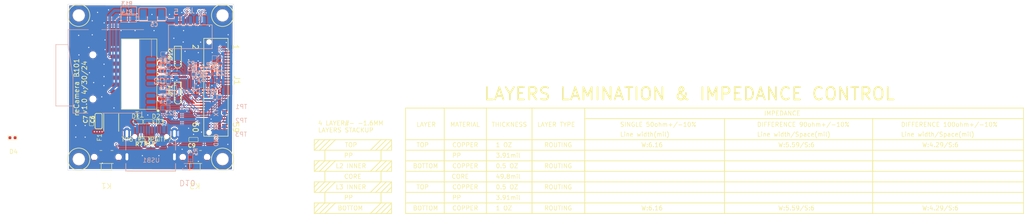
<source format=kicad_pcb>
(kicad_pcb (version 20240108) (generator "pcbnew") (generator_version "8.0")
  (layers (0 "F.Cu" signal) (1 "In1.Cu" signal) (2 "In2.Cu" signal) (31 "B.Cu" signal) (34 "B.Paste" user) (35 "F.Paste" user) (36 "B.SilkS" user "B.Silkscreen") (37 "F.SilkS" user "F.Silkscreen") (38 "B.Mask" user) (39 "F.Mask" user) (44 "Edge.Cuts" user))
  (net 0 "")
  (net 1 "+3V3")
  (net 2 "GND")
  (net 3 "Net-(C3-Pad2)")
  (net 4 "Net-(C4-Pad2)")
  (net 5 "+5V")
  (net 6 "USB_DN")
  (net 7 "USB_DP")
  (net 8 "SDIO_D1{slash}3V3")
  (net 9 "SDIO_D0{slash}3V3")
  (net 10 "SDIO_CLK{slash}3V3")
  (net 11 "SDIO_CMD{slash}3V3")
  (net 12 "SDIO_D3{slash}3V3")
  (net 13 "SDIO_D2{slash}3V3")
  (net 14 "SD_PWR_3V3")
  (net 15 "USB_DET")
  (net 16 "DEBUG_UART0_TX")
  (net 17 "GPIO13")
  (net 18 "Net-(D10-+)")
  (net 19 "GPIO12")
  (net 20 "IIC1_SDA")
  (net 21 "IIC2_SCL")
  (net 22 "SDIO_CD{slash}3V3")
  (net 23 "nRESET")
  (net 24 "IIC2_SDA")
  (net 25 "EPHY_TXN")
  (net 26 "EPHY_RXP")
  (net 27 "PWR_WAKEUP1")
  (net 28 "IIC1_SCL")
  (net 29 "EPHY_RXN")
  (net 30 "UPGRAD_KEY{slash}WL_BT_EN")
  (net 31 "DEBUG_UART0_RX")
  (net 32 "EPHY_TXP")
  (net 33 "GNDPWR")
  (net 34 "Net-(C5-Pad1)")
  (net 35 "SD1_CLK")
  (net 36 "SD1_CMD")
  (net 37 "SD1_D0")
  (net 38 "SD1_D1")
  (net 39 "SD1_D2")
  (net 40 "SD1_D3")
  (net 41 "Net-(USB1-B5{slash}CC2)")
  (net 42 "BT_UART1_TX")
  (net 43 "BT_UART1_RX")
  (net 44 "BT_UART1_RTS")
  (net 45 "BT_UART1_CTS")
  (net 46 "Net-(USB1-A5{slash}CC1)")
  (net 51 "Net-(Q2-G)")
  (net 53 "SD0_PWR_EN")
  (net 54 "VIN")
  (net 61 "RESERVE1")
  (net 64 "RESERVE2")
  (net 66 "Net-(R13-Pad2)")
  (net 67 "Net-(R14-Pad2)")
  (net 68 "/PHYTXN")
  (net 69 "/PHYTXP")
  (net 70 "/PHYRXP")
  (net 71 "/PHYRXN")
  (net 72 "Net-(Q1-B)")
  (net 73 "Net-(Q1-C)")
  (footprint "Capacitor:C0402" (layer "F.Cu") (at 102.853 104.616 90)
    (property "Reference" "C7")
    (property "Value" "100nF")
  )
  (footprint "Misc:TP-D35MIL" (layer "F.Cu") (at 114.733333 109)
    (property "Reference" "TP4")
    (property "Value" "Test Point" (hide yes))
  )
  (footprint "Misc:TP-D35MIL" (layer "F.Cu") (at 110.066667 109)
    (property "Reference" "TP6")
    (property "Value" "Test Point" (hide yes))
  )
  (footprint "Resistor:R0402" (layer "F.Cu") (at 114.3 107.823 180)
    (property "Reference" "R12")
    (property "Value" "5.1K")
  )
  (footprint "Diode:ESD-0402" (layer "F.Cu") (at 113.09 104.7 180)
    (property "Reference" "D3")
    (property "Value" "ESDPSA0402V05")
  )
  (footprint "Diode:SOD-323" (layer "F.Cu") (at 118.46 99.33 90)
    (property "Reference" "D11")
    (property "Value" "UDD32C03L01")
  )
  (footprint "Connector:BTB60-Male-Female-0.5-17.7x4.4mm" (layer "F.Cu") (at 125.344 98.48 -90)
    (property "Reference" "J1")
    (property "Value" "ST-BTB-058060-A")
  )
  (footprint "Diode:SOD-323" (layer "F.Cu") (at 118.46 92.84 90)
    (property "Reference" "D12")
    (property "Value" "UDD32C03L01")
  )
  (footprint "Diode:ESD-0402" (layer "F.Cu") (at 88.56 107.61)
    (property "Reference" "D4")
    (property "Value" "ESDPSA0402V05")
  )
  (footprint "Fuse:F1210" (layer "F.Cu") (at 106.409 104.87 90)
    (property "Reference" "F1")
    (property "Value" "2A")
  )
  (footprint "Misc:TP-D35MIL" (layer "F.Cu") (at 117.066667 109)
    (property "Reference" "TP7")
    (property "Value" "Test Point" (hide yes))
  )
  (footprint "Diode:ESD-0402" (layer "F.Cu") (at 114.95 104.71)
    (property "Reference" "D2")
    (property "Value" "ESDPSA0402V05")
  )
  (footprint "Switch:SW5-SMD-4.56X2.3X1.9MM" (layer "F.Cu") (at 121.544 111.111 180)
    (property "Reference" "K2")
    (property "Value" "TD-1100AP-A4N-D1R")
  )
  (footprint "Capacitor:C0603" (layer "F.Cu") (at 104.123 104.6 90)
    (property "Reference" "C6")
    (property "Value" "10uF")
  )
  (footprint "Resistor:R0402" (layer "F.Cu") (at 112.395 107.823 180)
    (property "Reference" "R7")
    (property "Value" "5.1K")
  )
  (footprint "Misc:TP-D35MIL" (layer "F.Cu") (at 112.4 109)
    (property "Reference" "TP5")
    (property "Value" "Test Point" (hide yes))
  )
  (footprint "Capacitor:C0402" (layer "F.Cu") (at 121.285 107.95 180)
    (property "Reference" "C9")
    (property "Value" "10pF")
  )
  (footprint "Switch:SW5-SMD-4.56X2.3X1.9MM" (layer "F.Cu") (at 105.544 111.111 180)
    (property "Reference" "K1")
    (property "Value" "TD-1100AP-A4N-D1R")
  )
  (footprint "Misc:TRF_16p_1d27_12d7x7d15x5d1mm" (layer "F.Cu") (at 111.46 96.11 90)
    (property "Reference" "T1")
    (property "Value" "KHX1631SR")
  )
  (footprint "Diode:ESD-0402" (layer "F.Cu") (at 111.28 104.7)
    (property "Reference" "D1")
    (property "Value" "ESDPSA0402V05")
  )
  (footprint "Capacitor:C1206" (layer "B.Cu") (at 113.8673 85.3177)
    (property "Reference" "C5")
    (property "Value" "1nF")
  )
  (footprint "Capacitor:C0402" (layer "B.Cu") (at 116.736 97.05 -90)
    (property "Reference" "C1")
    (property "Value" "1uF")
  )
  (footprint "Misc:TP-D35MIL" (layer "B.Cu") (at 126.89 105.6 180)
    (property "Reference" "TP2")
    (property "Value" "Test Point" (hide yes))
  )
  (footprint "Connector:MICRO-SD-CARD-9P" (layer "B.Cu") (at 113.595 95.66 90)
    (property "Reference" "J2")
    (property "Value" "ST-TF-003J")
  )
  (footprint "Resistor:R0402" (layer "B.Cu") (at 126.111 93.599 -90)
    (property "Reference" "R5")
    (property "Value" "20K")
  )
  (footprint "Transistor:SOT-323" (layer "B.Cu") (at 122.51 98.27 90)
    (property "Reference" "Q1")
    (property "Value" "S9013W")
  )
  (footprint "Capacitor:C0402" (layer "B.Cu") (at 125.603 96.012 180)
    (property "Reference" "C8")
    (property "Value" "100nF")
  )
  (footprint "Resistor:R0402" (layer "B.Cu") (at 123.19 95.631 -90)
    (property "Reference" "R24")
    (property "Value" "1K")
  )
  (footprint "Capacitor:C0402" (layer "B.Cu") (at 115.72 97.05 -90)
    (property "Reference" "C2")
    (property "Value" "100nF")
  )
  (footprint "Diode:ESD-0402" (layer "B.Cu") (at 116.205 98.552)
    (property "Reference" "D6")
    (property "Value" "ESDPSA0402V05")
  )
  (footprint "Connector:USB2.0-TYPE-C" (layer "B.Cu") (at 113.544 106.3 90)
    (property "Reference" "USB1")
    (property "Value" "USB2.0 Type C")
  )
  (footprint "Diode:ESD-0402" (layer "B.Cu") (at 116.27 100.02)
    (property "Reference" "D5")
    (property "Value" "ESDPSA0402V05")
  )
  (footprint "Diode:ESD-0402" (layer "B.Cu") (at 116.21 95.59)
    (property "Reference" "D7")
    (property "Value" "ESDPSA0402V05")
  )
  (footprint "Resistor:R0402" (layer "B.Cu") (at 125.07 93.61 -90)
    (property "Reference" "R4")
    (property "Value" "10K")
  )
  (footprint "Resistor:R0603" (layer "B.Cu") (at 109.56475 86.05525 180)
    (property "Reference" "R14")
    (property "Value" "75R")
  )
  (footprint "Resistor:R0402" (layer "B.Cu") (at 121.793 96.139 180)
    (property "Reference" "R3")
    (property "Value" "100K")
  )
  (footprint "Resistor:R0402" (layer "B.Cu") (at 125.603 94.996)
    (property "Reference" "R22")
    (property "Value" "33K")
  )
  (footprint "Diode:ESD-0402" (layer "B.Cu") (at 116.27 101.12)
    (property "Reference" "D4")
    (property "Value" "ESDPSA0402V05")
  )
  (footprint "Capacitor:C0402" (layer "B.Cu") (at 117.856 98.97 -90)
    (property "Reference" "C3")
    (property "Value" "100nF")
  )
  (footprint "Connector:JST5_2P_1d25_7_9x4_3x3_4mm" (layer "B.Cu") (at 120.71 86.41 180)
    (property "Reference" "J3")
    (property "Value" "1.25-5A-WT")
  )
  (footprint "Diode:ESD-0402" (layer "B.Cu") (at 116.21 94.49)
    (property "Reference" "D8")
    (property "Value" "ESDPSA0402V05")
  )
  (footprint "Diode:LED2-0.6X1.7MM" (layer "B.Cu") (at 119.98 112.621)
    (property "Reference" "D10")
    (property "Value" "27-21/GHC-YR1S2M/3C")
  )
  (footprint "Mosfet:SOT-323" (layer "B.Cu") (at 125.15 98.23 90)
    (property "Reference" "Q2")
    (property "Value" "CJ2101")
  )
  (footprint "Misc:TP-D35MIL" (layer "B.Cu") (at 126.85 108.1 180)
    (property "Reference" "TP3")
    (property "Value" "Test Point" (hide yes))
  )
  (footprint "Resistor:R0603" (layer "B.Cu") (at 109.57 84.58 180)
    (property "Reference" "R13")
    (property "Value" "75R")
  )
  (footprint "Resistor:R0402" (layer "B.Cu") (at 124.11 95.631 -90)
    (property "Reference" "R20")
    (property "Value" "47K")
  )
  (footprint "Diode:ESD-0402" (layer "B.Cu") (at 116.21 93.54)
    (property "Reference" "D9")
    (property "Value" "ESDPSA0402V05")
  )
  (footprint "Misc:TP-D35MIL" (layer "B.Cu") (at 126.89 103.1 180)
    (property "Reference" "TP1")
    (property "Value" "Test Point" (hide yes))
  )
  (footprint "Resistor:R0402" (layer "B.Cu") (at 120.73 111.125 90)
    (property "Reference" "R1")
    (property "Value" "510R")
  )
  (footprint "Resistor:R0402" (layer "B.Cu") (at 125.59 100.23 180)
    (property "Reference" "R21")
    (property "Value" "100K")
  )
  (footprint "Capacitor:C0402" (layer "B.Cu") (at 116.21 92.48)
    (property "Reference" "C4")
    (property "Value" "100nF")
  )
  (footprint "Resistor:R0402" (layer "B.Cu") (at 121.793 95.123 180)
    (property "Reference" "R2")
    (property "Value" "1K")
  )
  (footprint "Resistor:R0402" (layer "B.Cu") (at 116.205 102.19)
    (property "Reference" "R23")
    (property "Value" "100K")
  )
  (gr_line (start 159.644 113.678) (end 159.644 115.583) (stroke (width 0.1524)) (layer "F.SilkS"))
  (gr_line (start 144.023 107.963) (end 145.039 107.963) (stroke (width 0.1524)) (layer "F.SilkS"))
  (gr_line (start 153.294 121.298) (end 155.199 119.393) (stroke (width 0.1524)) (layer "F.SilkS"))
  (gr_line (start 145.039 119.393) (end 145.9915 119.393) (stroke (width 0.1524)) (layer "F.SilkS"))
  (gr_line (start 192.029 111.773) (end 192.029 121.298) (stroke (width 0.1524)) (layer "F.SilkS"))
  (gr_line (start 217.302 113.678) (end 244.099 113.678) (stroke (width 0.1524)) (layer "F.SilkS"))
  (gr_line (start 157.104 111.773) (end 157.104 112.7255) (stroke (width 0.1524)) (layer "F.SilkS"))
  (gr_line (start 271.404 107.963) (end 271.404 104.153) (stroke (width 0.1524)) (layer "F.SilkS"))
  (gr_line (start 271.404 107.963) (end 271.404 111.773) (stroke (width 0.1524)) (layer "F.SilkS"))
  (gr_line (start 144.023 119.393) (end 143.134 120.3455) (stroke (width 0.1524)) (layer "F.SilkS"))
  (gr_line (start 154.2465 121.298) (end 156.1515 119.393) (stroke (width 0.1524)) (layer "F.SilkS"))
  (gr_line (start 145.039 109.868) (end 145.039 111.773) (stroke (width 0.1524)) (layer "F.SilkS"))
  (gr_line (start 157.104 119.393) (end 157.104 120.3455) (stroke (width 0.1524)) (layer "F.SilkS"))
  (gr_line (start 159.644 115.583) (end 159.644 121.298) (stroke (width 0.1524)) (layer "F.SilkS"))
  (gr_line (start 157.104 115.583) (end 157.104 116.5355) (stroke (width 0.1524)) (layer "F.SilkS"))
  (gr_line (start 155.199 119.393) (end 145.9915 119.393) (stroke (width 0.1524)) (layer "F.SilkS"))
  (gr_line (start 155.199 109.868) (end 154.2465 109.868) (stroke (width 0.1524)) (layer "F.SilkS"))
  (gr_line (start 157.104 120.3455) (end 157.104 121.298) (stroke (width 0.1524)) (layer "F.SilkS"))
  (gr_line (start 271.404 104.153) (end 271.404 102.248) (stroke (width 0.1524)) (layer "F.SilkS"))
  (gr_line (start 155.199 113.678) (end 155.199 115.583) (stroke (width 0.1524)) (layer "F.SilkS"))
  (gr_line (start 156.215 109.868) (end 157.104 109.868) (stroke (width 0.1524)) (layer "F.SilkS"))
  (gr_line (start 145.039 107.963) (end 145.9915 107.963) (stroke (width 0.1524)) (layer "F.SilkS"))
  (gr_line (start 145.9915 119.393) (end 144.0865 121.298) (stroke (width 0.1524)) (layer "F.SilkS"))
  (gr_line (start 154.2465 117.488) (end 156.1515 115.583) (stroke (width 0.1524)) (layer "F.SilkS"))
  (gr_line (start 156.215 121.298) (end 157.104 121.298) (stroke (width 0.1524)) (layer "F.SilkS"))
  (gr_line (start 145.039 111.773) (end 145.9915 111.773) (stroke (width 0.1524)) (layer "F.SilkS"))
  (gr_line (start 154.2465 121.298) (end 145.039 121.298) (stroke (width 0.1524)) (layer "F.SilkS"))
  (gr_line (start 145.9915 111.773) (end 144.0865 113.678) (stroke (width 0.1524)) (layer "F.SilkS"))
  (gr_line (start 244.099 104.153) (end 244.099 113.678) (stroke (width 0.1524)) (layer "F.SilkS"))
  (gr_line (start 144.023 111.773) (end 143.134 112.7255) (stroke (width 0.1524)) (layer "F.SilkS"))
  (gr_line (start 144.0865 121.298) (end 145.039 121.298) (stroke (width 0.1524)) (layer "F.SilkS"))
  (gr_line (start 144.023 115.583) (end 143.134 116.5355) (stroke (width 0.1524)) (layer "F.SilkS"))
  (gr_line (start 143.134 107.963) (end 144.023 107.963) (stroke (width 0.1524)) (layer "F.SilkS"))
  (gr_line (start 271.404 111.773) (end 271.404 113.678) (stroke (width 0.1524)) (layer "F.SilkS"))
  (gr_line (start 146.944 107.963) (end 145.039 109.868) (stroke (width 0.1524)) (layer "F.SilkS"))
  (gr_line (start 174.249 102.248) (end 166.629 102.248) (stroke (width 0.1524)) (layer "F.SilkS"))
  (gr_line (start 157.104 111.773) (end 156.1515 111.773) (stroke (width 0.1524)) (layer "F.SilkS"))
  (gr_line (start 143.134 112.7255) (end 143.134 111.773) (stroke (width 0.1524)) (layer "F.SilkS"))
  (gr_line (start 244.099 104.153) (end 271.404 104.153) (stroke (width 0.1524)) (layer "F.SilkS"))
  (gr_line (start 182.504 109.868) (end 182.504 121.298) (stroke (width 0.1524)) (layer "F.SilkS"))
  (gr_line (start 159.644 107.963) (end 271.404 107.963) (stroke (width 0.1524)) (layer "F.SilkS"))
  (gr_line (start 154.2465 109.868) (end 156.1515 107.963) (stroke (width 0.1524)) (layer "F.SilkS"))
  (gr_line (start 157.104 116.5355) (end 157.104 117.488) (stroke (width 0.1524)) (layer "F.SilkS"))
  (gr_line (start 145.039 113.678) (end 145.039 115.583) (stroke (width 0.1524)) (layer "F.SilkS"))
  (gr_line (start 144.023 119.393) (end 145.039 119.393) (stroke (width 0.1524)) (layer "F.SilkS"))
  (gr_line (start 155.199 113.678) (end 157.104 111.773) (stroke (width 0.1524)) (layer "F.SilkS"))
  (gr_line (start 143.134 108.9155) (end 143.134 107.963) (stroke (width 0.1524)) (layer "F.SilkS"))
  (gr_line (start 156.215 117.488) (end 157.104 117.488) (stroke (width 0.1524)) (layer "F.SilkS"))
  (gr_line (start 166.629 102.248) (end 159.644 102.248) (stroke (width 0.1524)) (layer "F.SilkS"))
  (gr_line (start 155.199 109.868) (end 157.104 107.963) (stroke (width 0.1524)) (layer "F.SilkS"))
  (gr_line (start 155.199 109.868) (end 155.199 111.773) (stroke (width 0.1524)) (layer "F.SilkS"))
  (gr_line (start 156.215 113.678) (end 157.104 113.678) (stroke (width 0.1524)) (layer "F.SilkS"))
  (gr_line (start 143.134 109.868) (end 143.134 108.9155) (stroke (width 0.1524)) (layer "F.SilkS"))
  (gr_line (start 143.134 116.5355) (end 143.134 115.583) (stroke (width 0.1524)) (layer "F.SilkS"))
  (gr_line (start 153.294 109.868) (end 155.199 107.963) (stroke (width 0.1524)) (layer "F.SilkS"))
  (gr_line (start 166.629 109.868) (end 166.629 121.298) (stroke (width 0.1524)) (layer "F.SilkS"))
  (gr_line (start 155.199 121.298) (end 157.104 119.393) (stroke (width 0.1524)) (layer "F.SilkS"))
  (gr_circle (center 100.544 111.48) (end 102.544 111.48) (stroke (width 0.127)) (fill none) (layer "F.SilkS"))
  (gr_line (start 157.104 112.7255) (end 157.104 113.678) (stroke (width 0.1524)) (layer "F.SilkS"))
  (gr_line (start 271.404 113.678) (end 271.404 115.583) (stroke (width 0.1524)) (layer "F.SilkS"))
  (gr_line (start 144.0865 113.678) (end 145.039 113.678) (stroke (width 0.1524)) (layer "F.SilkS"))
  (gr_line (start 143.134 117.488) (end 144.0865 117.488) (stroke (width 0.1524)) (layer "F.SilkS"))
  (gr_line (start 271.404 115.583) (end 271.404 121.298) (stroke (width 0.1524)) (layer "F.SilkS"))
  (gr_line (start 217.302 104.153) (end 244.099 104.153) (stroke (width 0.1524)) (layer "F.SilkS"))
  (gr_line (start 156.215 113.678) (end 157.104 112.7255) (stroke (width 0.1524)) (layer "F.SilkS"))
  (gr_circle (center 100.544 85.48) (end 102.544 85.48) (stroke (width 0.127)) (fill none) (layer "F.SilkS"))
  (gr_line (start 145.039 115.583) (end 143.134 117.488) (stroke (width 0.1524)) (layer "F.SilkS"))
  (gr_line (start 156.215 109.868) (end 155.199 109.868) (stroke (width 0.1524)) (layer "F.SilkS"))
  (gr_line (start 155.199 115.583) (end 145.9915 115.583) (stroke (width 0.1524)) (layer "F.SilkS"))
  (gr_line (start 166.629 113.678) (end 174.249 113.678) (stroke (width 0.1524)) (layer "F.SilkS"))
  (gr_line (start 143.134 113.678) (end 144.0865 113.678) (stroke (width 0.1524)) (layer "F.SilkS"))
  (gr_line (start 156.215 117.488) (end 155.199 117.488) (stroke (width 0.1524)) (layer "F.SilkS"))
  (gr_line (start 145.039 107.963) (end 143.134 109.868) (stroke (width 0.1524)) (layer "F.SilkS"))
  (gr_line (start 145.039 111.773) (end 143.134 113.678) (stroke (width 0.1524)) (layer "F.SilkS"))
  (gr_line (start 174.249 121.298) (end 182.504 121.298) (stroke (width 0.1524)) (layer "F.SilkS"))
  (gr_line (start 156.215 117.488) (end 157.104 116.5355) (stroke (width 0.1524)) (layer "F.SilkS"))
  (gr_line (start 156.215 121.298) (end 157.104 120.3455) (stroke (width 0.1524)) (layer "F.SilkS"))
  (gr_line (start 145.039 115.583) (end 145.9915 115.583) (stroke (width 0.1524)) (layer "F.SilkS"))
  (gr_line (start 144.023 111.773) (end 145.039 111.773) (stroke (width 0.1524)) (layer "F.SilkS"))
  (gr_line (start 153.294 117.488) (end 155.199 115.583) (stroke (width 0.1524)) (layer "F.SilkS"))
  (gr_line (start 166.629 102.248) (end 166.629 113.678) (stroke (width 0.1524)) (layer "F.SilkS"))
  (gr_line (start 143.134 120.3455) (end 143.134 119.393) (stroke (width 0.1524)) (layer "F.SilkS"))
  (gr_line (start 155.199 117.488) (end 157.104 115.583) (stroke (width 0.1524)) (layer "F.SilkS"))
  (gr_line (start 143.134 119.393) (end 144.023 119.393) (stroke (width 0.1524)) (layer "F.SilkS"))
  (gr_line (start 192.029 102.248) (end 192.029 104.153) (stroke (width 0.1524)) (layer "F.SilkS"))
  (gr_line (start 174.249 113.678) (end 182.504 113.678) (stroke (width 0.1524)) (layer "F.SilkS"))
  (gr_line (start 174.249 102.248) (end 174.249 113.678) (stroke (width 0.1524)) (layer "F.SilkS"))
  (gr_line (start 156.215 109.868) (end 157.104 108.9155) (stroke (width 0.1524)) (layer "F.SilkS"))
  (gr_line (start 145.039 119.393) (end 143.134 121.298) (stroke (width 0.1524)) (layer "F.SilkS"))
  (gr_line (start 159.644 109.868) (end 271.404 109.868) (stroke (width 0.1524)) (layer "F.SilkS"))
  (gr_line (start 156.1515 115.583) (end 155.199 115.583) (stroke (width 0.1524)) (layer "F.SilkS"))
  (gr_line (start 157.104 108.9155) (end 157.104 109.868) (stroke (width 0.1524)) (layer "F.SilkS"))
  (gr_line (start 155.199 121.298) (end 154.2465 121.298) (stroke (width 0.1524)) (layer "F.SilkS"))
  (gr_line (start 159.644 121.298) (end 166.629 121.298) (stroke (width 0.1524)) (layer "F.SilkS"))
  (gr_line (start 156.1515 119.393) (end 155.199 119.393) (stroke (width 0.1524)) (layer "F.SilkS"))
  (gr_line (start 157.104 115.583) (end 156.1515 115.583) (stroke (width 0.1524)) (layer "F.SilkS"))
  (gr_line (start 155.199 111.773) (end 145.9915 111.773) (stroke (width 0.1524)) (layer "F.SilkS"))
  (gr_line (start 154.2465 117.488) (end 145.039 117.488) (stroke (width 0.1524)) (layer "F.SilkS"))
  (gr_line (start 143.134 111.773) (end 144.023 111.773) (stroke (width 0.1524)) (layer "F.SilkS"))
  (gr_line (start 157.104 107.963) (end 157.104 108.9155) (stroke (width 0.1524)) (layer "F.SilkS"))
  (gr_line (start 166.629 121.298) (end 174.249 121.298) (stroke (width 0.1524)) (layer "F.SilkS"))
  (gr_line (start 146.944 115.583) (end 145.039 117.488) (stroke (width 0.1524)) (layer "F.SilkS"))
  (gr_circle (center 126.544 111.48) (end 128.544 111.48) (stroke (width 0.127)) (fill none) (layer "F.SilkS"))
  (gr_line (start 217.302 104.153) (end 217.302 113.678) (stroke (width 0.1524)) (layer "F.SilkS"))
  (gr_line (start 145.039 117.488) (end 145.039 119.393) (stroke (width 0.1524)) (layer "F.SilkS"))
  (gr_line (start 143.134 109.868) (end 144.0865 109.868) (stroke (width 0.1524)) (layer "F.SilkS"))
  (gr_line (start 244.099 111.773) (end 244.099 121.298) (stroke (width 0.1524)) (layer "F.SilkS"))
  (gr_line (start 244.099 113.678) (end 271.404 113.678) (stroke (width 0.1524)) (layer "F.SilkS"))
  (gr_line (start 192.029 104.153) (end 217.302 104.153) (stroke (width 0.1524)) (layer "F.SilkS"))
  (gr_line (start 143.134 117.488) (end 143.134 116.5355) (stroke (width 0.1524)) (layer "F.SilkS"))
  (gr_line (start 155.199 117.488) (end 154.2465 117.488) (stroke (width 0.1524)) (layer "F.SilkS"))
  (gr_line (start 144.023 107.963) (end 143.134 108.9155) (stroke (width 0.1524)) (layer "F.SilkS"))
  (gr_line (start 192.029 113.678) (end 217.302 113.678) (stroke (width 0.1524)) (layer "F.SilkS"))
  (gr_line (start 217.302 121.298) (end 244.099 121.298) (stroke (width 0.1524)) (layer "F.SilkS"))
  (gr_line (start 156.1515 111.773) (end 155.199 111.773) (stroke (width 0.1524)) (layer "F.SilkS"))
  (gr_line (start 217.302 111.773) (end 217.302 121.298) (stroke (width 0.1524)) (layer "F.SilkS"))
  (gr_line (start 143.134 113.678) (end 143.134 112.7255) (stroke (width 0.1524)) (layer "F.SilkS"))
  (gr_line (start 182.504 113.678) (end 192.029 113.678) (stroke (width 0.1524)) (layer "F.SilkS"))
  (gr_line (start 145.9915 107.963) (end 144.0865 109.868) (stroke (width 0.1524)) (layer "F.SilkS"))
  (gr_line (start 182.504 102.248) (end 182.504 113.678) (stroke (width 0.1524)) (layer "F.SilkS"))
  (gr_line (start 144.0865 109.868) (end 145.039 109.868) (stroke (width 0.1524)) (layer "F.SilkS"))
  (gr_line (start 144.023 115.583) (end 145.039 115.583) (stroke (width 0.1524)) (layer "F.SilkS"))
  (gr_line (start 174.249 109.868) (end 174.249 121.298) (stroke (width 0.1524)) (layer "F.SilkS"))
  (gr_line (start 154.2465 113.678) (end 156.1515 111.773) (stroke (width 0.1524)) (layer "F.SilkS"))
  (gr_line (start 271.404 102.248) (end 192.029 102.248) (stroke (width 0.1524)) (layer "F.SilkS"))
  (gr_line (start 143.134 115.583) (end 144.023 115.583) (stroke (width 0.1524)) (layer "F.SilkS"))
  (gr_line (start 182.504 102.248) (end 174.249 102.248) (stroke (width 0.1524)) (layer "F.SilkS"))
  (gr_line (start 192.029 121.298) (end 217.302 121.298) (stroke (width 0.1524)) (layer "F.SilkS"))
  (gr_line (start 155.199 107.963) (end 145.9915 107.963) (stroke (width 0.1524)) (layer "F.SilkS"))
  (gr_line (start 192.029 102.248) (end 182.504 102.248) (stroke (width 0.1524)) (layer "F.SilkS"))
  (gr_line (start 155.199 113.678) (end 154.2465 113.678) (stroke (width 0.1524)) (layer "F.SilkS"))
  (gr_line (start 146.944 111.773) (end 145.039 113.678) (stroke (width 0.1524)) (layer "F.SilkS"))
  (gr_line (start 153.294 113.678) (end 155.199 111.773) (stroke (width 0.1524)) (layer "F.SilkS"))
  (gr_line (start 156.215 121.298) (end 155.199 121.298) (stroke (width 0.1524)) (layer "F.SilkS"))
  (gr_line (start 159.644 102.248) (end 159.644 107.963) (stroke (width 0.1524)) (layer "F.SilkS"))
  (gr_line (start 143.134 121.298) (end 144.0865 121.298) (stroke (width 0.1524)) (layer "F.SilkS"))
  (gr_line (start 159.644 117.488) (end 271.404 117.488) (stroke (width 0.1524)) (layer "F.SilkS"))
  (gr_line (start 157.104 119.393) (end 156.1515 119.393) (stroke (width 0.1524)) (layer "F.SilkS"))
  (gr_circle (center 126.544 85.48) (end 128.544 85.48) (stroke (width 0.127)) (fill none) (layer "F.SilkS"))
  (gr_line (start 192.029 104.153) (end 192.029 113.678) (stroke (width 0.1524)) (layer "F.SilkS"))
  (gr_line (start 159.644 119.393) (end 271.404 119.393) (stroke (width 0.1524)) (layer "F.SilkS"))
  (gr_line (start 244.099 121.298) (end 271.404 121.298) (stroke (width 0.1524)) (layer "F.SilkS"))
  (gr_line (start 159.644 107.963) (end 159.644 113.678) (stroke (width 0.1524)) (layer "F.SilkS"))
  (gr_line (start 155.199 117.488) (end 155.199 119.393) (stroke (width 0.1524)) (layer "F.SilkS"))
  (gr_line (start 156.215 113.678) (end 155.199 113.678) (stroke (width 0.1524)) (layer "F.SilkS"))
  (gr_line (start 146.944 119.393) (end 145.039 121.298) (stroke (width 0.1524)) (layer "F.SilkS"))
  (gr_line (start 154.2465 113.678) (end 145.039 113.678) (stroke (width 0.1524)) (layer "F.SilkS"))
  (gr_line (start 182.504 121.298) (end 192.029 121.298) (stroke (width 0.1524)) (layer "F.SilkS"))
  (gr_line (start 156.1515 107.963) (end 155.199 107.963) (stroke (width 0.1524)) (layer "F.SilkS"))
  (gr_line (start 143.134 121.298) (end 143.134 120.3455) (stroke (width 0.1524)) (layer "F.SilkS"))
  (gr_line (start 159.644 111.773) (end 271.404 111.773) (stroke (width 0.1524)) (layer "F.SilkS"))
  (gr_line (start 159.644 113.678) (end 166.629 113.678) (stroke (width 0.1524)) (layer "F.SilkS"))
  (gr_line (start 157.104 107.963) (end 156.1515 107.963) (stroke (width 0.1524)) (layer "F.SilkS"))
  (gr_line (start 144.0865 117.488) (end 145.039 117.488) (stroke (width 0.1524)) (layer "F.SilkS"))
  (gr_line (start 145.9915 115.583) (end 144.0865 117.488) (stroke (width 0.1524)) (layer "F.SilkS"))
  (gr_line (start 154.2465 109.868) (end 145.039 109.868) (stroke (width 0.1524)) (layer "F.SilkS"))
  (gr_line (start 159.644 115.583) (end 271.404 115.583) (stroke (width 0.1524)) (layer "F.SilkS"))
  (gr_circle (center 100.544 111.48) (end 101.544 111.48) (stroke (width 0.05)) (fill none) (layer "Edge.Cuts"))
  (gr_line (start 98.544 113.48) (end 98.544 83.48) (stroke (width 0.05)) (layer "Edge.Cuts"))
  (gr_circle (center 126.544 111.48) (end 127.544 111.48) (stroke (width 0.05)) (fill none) (layer "Edge.Cuts"))
  (gr_circle (center 126.544 85.48) (end 127.544 85.48) (stroke (width 0.05)) (fill none) (layer "Edge.Cuts"))
  (gr_line (start 128.544 83.48) (end 128.544 113.48) (stroke (width 0.05)) (layer "Edge.Cuts"))
  (gr_line (start 128.544 113.48) (end 98.544 113.48) (stroke (width 0.05)) (layer "Edge.Cuts"))
  (gr_line (start 98.544 83.48) (end 128.544 83.48) (stroke (width 0.05)) (layer "Edge.Cuts"))
  (gr_circle (center 100.544 85.48) (end 101.544 85.48) (stroke (width 0.05)) (fill none) (layer "Edge.Cuts"))
  (gr_text "TX" (at 125.84 103.092 90) (layer "B.SilkS") (effects (font (size 0.762 0.762) (thickness 0.127)) (justify bottom mirror)))
  (gr_text "GND" (at 125.84 108.045 90) (layer "B.SilkS") (effects (font (size 0.762 0.762) (thickness 0.127)) (justify bottom mirror)))
  (gr_text "RX" (at 125.84 105.505 90) (layer "B.SilkS") (effects (font (size 0.762 0.762) (thickness 0.127)) (justify bottom mirror)))
  (gr_text "MATERIAL" (at 167.645 105.677 0) (layer "F.SilkS") (effects (font (size 0.78232 0.78232) (thickness 0.10668)) (justify left bottom)))
  (gr_text "LAYER TYPE" (at 183.393 105.677 0) (layer "F.SilkS") (effects (font (size 0.78232 0.78232) (thickness 0.10668)) (justify left bottom)))
  (gr_text "CORE" (at 167.899 115.075 0) (layer "F.SilkS") (effects (font (size 0.78232 0.78232) (thickness 0.10668)) (justify left bottom)))
  (gr_text "CORE" (at 148.468 115.075 0) (layer "F.SilkS") (effects (font (size 0.78232 0.78232) (thickness 0.10668)) (justify left bottom)))
  (gr_text "ROUTING" (at 184.663 113.17 0) (layer "F.SilkS") (effects (font (size 0.78232 0.78232) (thickness 0.10668)) (justify left bottom)))
  (gr_text "ROUTING" (at 184.663 120.79 0) (layer "F.SilkS") (effects (font (size 0.78232 0.78232) (thickness 0.10668)) (justify left bottom)))
  (gr_text "4 LAYER#- -1.6MM\nLAYERS STACKUP" (at 143.769 106.693 0) (layer "F.SilkS") (effects (font (size 0.78232 0.78232) (thickness 0.10668)) (justify left bottom)))
  (gr_text "TOP" (at 161.549 116.98 0) (layer "F.SilkS") (effects (font (size 0.78232 0.78232) (thickness 0.10668)) (justify left bottom)))
  (gr_text "COPPER" (at 168.026 113.17 0) (layer "F.SilkS") (effects (font (size 0.78232 0.78232) (thickness 0.10668)) (justify left bottom)))
  (gr_text "W:5.59/S:6" (at 226.954 109.36 0) (layer "F.SilkS") (effects (font (size 0.78232 0.78232) (thickness 0.10668)) (justify left bottom)))
  (gr_text "BOTTOM" (at 160.914 113.17 0) (layer "F.SilkS") (effects (font (size 0.78232 0.78232) (thickness 0.10668)) (justify left bottom)))
  (gr_text "COPPER" (at 168.026 120.79 0) (layer "F.SilkS") (effects (font (size 0.78232 0.78232) (thickness 0.10668)) (justify left bottom)))
  (gr_text "PP" (at 168.026 118.885 0) (layer "F.SilkS") (effects (font (size 0.78232 0.78232) (thickness 0.10668)) (justify left bottom)))
  (gr_text "THICKNESS" (at 175.138 105.677 0) (layer "F.SilkS") (effects (font (size 0.78232 0.78232) (thickness 0.10668)) (justify left bottom)))
  (gr_text "TOP" (at 161.549 109.36 0) (layer "F.SilkS") (effects (font (size 0.78232 0.78232) (thickness 0.10668)) (justify left bottom)))
  (gr_text "49.8mil" (at 175.9 115.075 0) (layer "F.SilkS") (effects (font (size 0.78232 0.78232) (thickness 0.10668)) (justify left bottom)))
  (gr_text "1 OZ" (at 175.9 120.79 0) (layer "F.SilkS") (effects (font (size 0.78232 0.78232) (thickness 0.10668)) (justify left bottom)))
  (gr_text "reCamera B101\nv1.0 4/30/24" (at 102.091 98.48 90) (layer "F.SilkS") (effects (font (size 0.889 0.889) (thickness 0.127)) (justify bottom)))
  (gr_text "SINGLE 50ohm+/-10%" (at 198.379 105.677 0) (layer "F.SilkS") (effects (font (size 0.78232 0.78232) (thickness 0.10668)) (justify left bottom)))
  (gr_text "0.5 OZ" (at 175.9 116.98 0) (layer "F.SilkS") (effects (font (size 0.78232 0.78232) (thickness 0.10668)) (justify left bottom)))
  (gr_text "3.91mil" (at 175.9 111.265 0) (layer "F.SilkS") (effects (font (size 0.78232 0.78232) (thickness 0.10668)) (justify left bottom)))
  (gr_text "BOTTOM" (at 147.325 120.79 0) (layer "F.SilkS") (effects (font (size 0.78232 0.78232) (thickness 0.10668)) (justify left bottom)))
  (gr_text "0.5 OZ" (at 175.9 113.17 0) (layer "F.SilkS") (effects (font (size 0.78232 0.78232) (thickness 0.10668)) (justify left bottom)))
  (gr_text "IMPEDANCE" (at 224.414 103.645 0) (layer "F.SilkS") (effects (font (size 0.78232 0.78232) (thickness 0.10668)) (justify left bottom)))
  (gr_text "LAYER" (at 161.549 105.677 0) (layer "F.SilkS") (effects (font (size 0.78232 0.78232) (thickness 0.10668)) (justify left bottom)))
  (gr_text "PP" (at 148.468 118.885 0) (layer "F.SilkS") (effects (font (size 0.78232 0.78232) (thickness 0.10668)) (justify left bottom)))
  (gr_text "PP" (at 148.468 111.265 0) (layer "F.SilkS") (effects (font (size 0.78232 0.78232) (thickness 0.10668)) (justify left bottom)))
  (gr_text "DIFFERENCE 90ohm+/-10%" (at 223.144 105.677 0) (layer "F.SilkS") (effects (font (size 0.78232 0.78232) (thickness 0.10668)) (justify left bottom)))
  (gr_text "3.91mil" (at 175.9 118.885 0) (layer "F.SilkS") (effects (font (size 0.78232 0.78232) (thickness 0.10668)) (justify left bottom)))
  (gr_text "TOP" (at 148.595 109.36 0) (layer "F.SilkS") (effects (font (size 0.78232 0.78232) (thickness 0.10668)) (justify left bottom)))
  (gr_text "W:5.59/S:6" (at 226.954 120.79 0) (layer "F.SilkS") (effects (font (size 0.78232 0.78232) (thickness 0.10668)) (justify left bottom)))
  (gr_text "Line width(mil)" (at 198.379 107.455 0) (layer "F.SilkS") (effects (font (size 0.78232 0.78232) (thickness 0.10668)) (justify left bottom)))
  (gr_text "PP" (at 168.026 111.265 0) (layer "F.SilkS") (effects (font (size 0.78232 0.78232) (thickness 0.10668)) (justify left bottom)))
  (gr_text "COPPER" (at 168.026 109.36 0) (layer "F.SilkS") (effects (font (size 0.78232 0.78232) (thickness 0.10668)) (justify left bottom)))
  (gr_text "DIFFERENCE 100ohm+/-10%" (at 249.179 105.677 0) (layer "F.SilkS") (effects (font (size 0.78232 0.78232) (thickness 0.10668)) (justify left bottom)))
  (gr_text "COPPER" (at 168.026 116.98 0) (layer "F.SilkS") (effects (font (size 0.78232 0.78232) (thickness 0.10668)) (justify left bottom)))
  (gr_text "ROUTING" (at 184.663 109.36 0) (layer "F.SilkS") (effects (font (size 0.78232 0.78232) (thickness 0.10668)) (justify left bottom)))
  (gr_text "W:4.29/S:6" (at 252.989 120.79 0) (layer "F.SilkS") (effects (font (size 0.78232 0.78232) (thickness 0.10668)) (justify left bottom)))
  (gr_text "L2 INNER" (at 146.944 113.17 0) (layer "F.SilkS") (effects (font (size 0.78232 0.78232) (thickness 0.10668)) (justify left bottom)))
  (gr_text "ROUTING" (at 184.663 116.98 0) (layer "F.SilkS") (effects (font (size 0.78232 0.78232) (thickness 0.10668)) (justify left bottom)))
  (gr_text "1 OZ" (at 175.9 109.36 0) (layer "F.SilkS") (effects (font (size 0.78232 0.78232) (thickness 0.10668)) (justify left bottom)))
  (gr_text "Line width/Space(mil)" (at 249.179 107.455 0) (layer "F.SilkS") (effects (font (size 0.78232 0.78232) (thickness 0.10668)) (justify left bottom)))
  (gr_text "W:4.29/S:6" (at 252.989 109.36 0) (layer "F.SilkS") (effects (font (size 0.78232 0.78232) (thickness 0.10668)) (justify left bottom)))
  (gr_text "L3 INNER" (at 146.944 116.98 0) (layer "F.SilkS") (effects (font (size 0.78232 0.78232) (thickness 0.10668)) (justify left bottom)))
  (gr_text "BOTTOM" (at 160.914 120.79 0) (layer "F.SilkS") (effects (font (size 0.78232 0.78232) (thickness 0.10668)) (justify left bottom)))
  (gr_text "W:6.16" (at 202.189 120.79 0) (layer "F.SilkS") (effects (font (size 0.78232 0.78232) (thickness 0.10668)) (justify left bottom)))
  (gr_text "W:6.16" (at 202.189 109.36 0) (layer "F.SilkS") (effects (font (size 0.78232 0.78232) (thickness 0.10668)) (justify left bottom)))
  (gr_text "LAYERS LAMINATION & IMPEDANCE CONTROL" (at 173.614 100.978 0) (layer "F.SilkS") (effects (font (size 2.2352 2.2352) (thickness 0.3048)) (justify left bottom)))
  (gr_text "Line width/Space(mil)" (at 223.144 107.455 0) (layer "F.SilkS") (effects (font (size 0.78232 0.78232) (thickness 0.10668)) (justify left bottom)))
  (segment (start 126.03 97.73) (end 125.78 97.98) (width 0.254) (layer "F.Cu") (net 1))
  (segment (start 127.344 97.73) (end 126.03 97.73) (width 0.254) (layer "F.Cu") (net 1))
  (via (at 125.78 97.98) (size 0.4064) (drill 0.2032) (layers "F.Cu" "B.Cu") (net 1))
  (segment (start 125.785 97.341) (end 125.785 97.785) (width 0.254) (layer "B.Cu") (net 1))
  (segment (start 125.785 97.785) (end 125.78 97.79) (width 0.254) (layer "B.Cu") (net 1))
  (segment (start 126.0655 94.996) (end 126.0655 96.012) (width 0.381) (layer "B.Cu") (net 1))
  (segment (start 125.78 97.98) (end 125.78 97.79) (width 0.254) (layer "B.Cu") (net 1))
  (segment (start 126.0655 96.012) (end 126.0655 97.0605) (width 0.381) (layer "B.Cu") (net 1))
  (segment (start 126.0655 97.0605) (end 125.785 97.341) (width 0.381) (layer "B.Cu") (net 1))
  (via (at 113.902 86.709) (size 0.4064) (drill 0.2032) (layers "F.Cu" "B.Cu") (net 2))
  (via (at 119.43 90.3) (size 0.4064) (drill 0.2032) (layers "F.Cu" "B.Cu") (net 2))
  (via (at 100.52 89.1) (size 0.4064) (drill 0.2032) (layers "F.Cu" "B.Cu") (net 2))
  (via (at 122.17 111.89) (size 0.4064) (drill 0.2032) (layers "F.Cu" "B.Cu") (net 2))
  (via (at 111.108 85.185) (size 0.4064) (drill 0.2032) (layers "F.Cu" "B.Cu") (net 2))
  (via (at 123.56 85.02) (size 0.4064) (drill 0.2032) (layers "F.Cu" "B.Cu") (net 2))
  (via (at 117.33 94.5) (size 0.4064) (drill 0.2032) (layers "F.Cu" "B.Cu") (net 2))
  (via (at 112.04 110.84) (size 0.4064) (drill 0.2032) (layers "F.Cu" "B.Cu") (net 2))
  (via (at 102.98 88.995) (size 0.4064) (drill 0.2032) (layers "F.Cu" "B.Cu") (net 2))
  (via (at 118.62 104.3) (size 0.4064) (drill 0.2032) (layers "F.Cu" "B.Cu") (net 2))
  (via (at 120.83 85.05) (size 0.4064) (drill 0.2032) (layers "F.Cu" "B.Cu") (net 2))
  (via (at 101.19 102.19) (size 0.4064) (drill 0.2032) (layers "F.Cu" "B.Cu") (net 2))
  (via (at 119.236 109.696) (size 0.4064) (drill 0.2032) (layers "F.Cu" "B.Cu") (net 2))
  (via (at 122.16 92.22) (size 0.4064) (drill 0.2032) (layers "F.Cu" "B.Cu") (net 2))
  (via (at 121.3 107) (size 0.4064) (drill 0.2032) (layers "F.Cu" "B.Cu") (net 2))
  (via (at 105.3 91.67) (size 0.4064) (drill 0.2032) (layers "F.Cu" "B.Cu") (net 2))
  (via (at 106.9 102.22) (size 0.4064) (drill 0.2032) (layers "F.Cu" "B.Cu") (net 2))
  (via (at 119.871 112.744) (size 0.4064) (drill 0.2032) (layers "F.Cu" "B.Cu") (net 2))
  (via (at 105.11 96.55) (size 0.4064) (drill 0.2032) (layers "F.Cu" "B.Cu") (net 2))
  (via (at 105.93 84.48) (size 0.4064) (drill 0.2032) (layers "F.Cu" "B.Cu") (net 2))
  (via (at 100 107.5) (size 0.4064) (drill 0.2032) (layers "F.Cu" "B.Cu") (net 2))
  (via (at 117.27 98.51) (size 0.4064) (drill 0.2032) (layers "F.Cu" "B.Cu") (net 2))
  (via (at 117.4 93.57) (size 0.4064) (drill 0.2032) (layers "F.Cu" "B.Cu") (net 2))
  (via (at 108.187 88.233) (size 0.4064) (drill 0.2032) (layers "F.Cu" "B.Cu") (net 2))
  (via (at 121.74 110.7) (size 0.4064) (drill 0.2032) (layers "F.Cu" "B.Cu") (net 2))
  (via (at 109.584 86.709) (size 0.4064) (drill 0.2032) (layers "F.Cu" "B.Cu") (net 2))
  (via (at 107.933 85.312) (size 0.4064) (drill 0.2032) (layers "F.Cu" "B.Cu") (net 2))
  (via (at 124.48 104.24) (size 0.4064) (drill 0.2032) (layers "F.Cu" "B.Cu") (net 2))
  (via (at 101.44 98.66) (size 0.4064) (drill 0.2032) (layers "F.Cu" "B.Cu") (net 2))
  (via (at 115.02 104.29) (size 0.4064) (drill 0.2032) (layers "F.Cu" "B.Cu") (net 2))
  (via (at 127.56 88.98) (size 0.4064) (drill 0.2032) (layers "F.Cu" "B.Cu") (net 2))
  (via (at 124.17 87.42) (size 0.4064) (drill 0.2032) (layers "F.Cu" "B.Cu") (net 2))
  (via (at 116.46 102.81) (size 0.4064) (drill 0.2032) (layers "F.Cu" "B.Cu") (net 2))
  (via (at 101.7 105.4) (size 0.4064) (drill 0.2032) (layers "F.Cu" "B.Cu") (net 2))
  (via (at 105.29 89.92) (size 0.4064) (drill 0.2032) (layers "F.Cu" "B.Cu") (net 2))
  (via (at 127.491 108.807) (size 0.4064) (drill 0.2032) (layers "F.Cu" "B.Cu") (net 2))
  (via (at 103.94 84.94) (size 0.4064) (drill 0.2032) (layers "F.Cu" "B.Cu") (net 2))
  (via (at 102.345 91.281) (size 0.4064) (drill 0.2032) (layers "F.Cu" "B.Cu") (net 2))
  (via (at 105.139 86.836) (size 0.4064) (drill 0.2032) (layers "F.Cu" "B.Cu") (net 2))
  (via (at 122.01 96.58) (size 0.4064) (drill 0.2032) (layers "F.Cu" "B.Cu") (net 2))
  (via (at 118.26 97.22) (size 0.4064) (drill 0.2032) (layers "F.Cu" "B.Cu") (net 2))
  (via (at 124.63 98.18) (size 0.4064) (drill 0.2032) (layers "F.Cu" "B.Cu") (net 2))
  (via (at 121.69 104.22) (size 0.4064) (drill 0.2032) (layers "F.Cu" "B.Cu") (net 2))
  (via (at 118.57 102.98) (size 0.4064) (drill 0.2032) (layers "F.Cu" "B.Cu") (net 2))
  (via (at 120.09 102.82) (size 0.4064) (drill 0.2032) (layers "F.Cu" "B.Cu") (net 2))
  (via (at 120.396 94.996) (size 0.4064) (drill 0.2032) (layers "F.Cu" "B.Cu") (net 2))
  (via (at 113.34 108.38) (size 0.4064) (drill 0.2032) (layers "F.Cu" "B.Cu") (net 2))
  (via (at 121.83 85.06) (size 0.4064) (drill 0.2032) (layers "F.Cu" "B.Cu") (net 2))
  (via (at 120.41 93.52) (size 0.4064) (drill 0.2032) (layers "F.Cu" "B.Cu") (net 2))
  (via (at 117.73 89.62) (size 0.4064) (drill 0.2032) (layers "F.Cu" "B.Cu") (net 2))
  (via (at 116.95 85.312) (size 0.4064) (drill 0.2032) (layers "F.Cu" "B.Cu") (net 2))
  (via (at 117.38 100.05) (size 0.4064) (drill 0.2032) (layers "F.Cu" "B.Cu") (net 2))
  (via (at 113.775 85.312) (size 0.4064) (drill 0.2032) (layers "F.Cu" "B.Cu") (net 2))
  (via (at 122.74 106.59) (size 0.4064) (drill 0.2032) (layers "F.Cu" "B.Cu") (net 2))
  (via (at 122.14 98.16) (size 0.4064) (drill 0.2032) (layers "F.Cu" "B.Cu") (net 2))
  (via (at 104.8 112.2) (size 0.4064) (drill 0.2032) (layers "F.Cu" "B.Cu") (net 2))
  (via (at 114.156 88.233) (size 0.4064) (drill 0.2032) (layers "F.Cu" "B.Cu") (net 2))
  (via (at 117.38 101.15) (size 0.4064) (drill 0.2032) (layers "F.Cu" "B.Cu") (net 2))
  (via (at 102.98 86.455) (size 0.4064) (drill 0.2032) (layers "F.Cu" "B.Cu") (net 2))
  (via (at 104.7 100.21) (size 0.4064) (drill 0.2032) (layers "F.Cu" "B.Cu") (net 2))
  (via (at 122.13 93.73) (size 0.4064) (drill 0.2032) (layers "F.Cu" "B.Cu") (net 2))
  (via (at 100.49 95.83) (size 0.4064) (drill 0.2032) (layers "F.Cu" "B.Cu") (net 2))
  (via (at 122.57 90.33) (size 0.4064) (drill 0.2032) (layers "F.Cu" "B.Cu") (net 2))
  (via (at 100 105.4) (size 0.4064) (drill 0.2032) (layers "F.Cu" "B.Cu") (net 2))
  (via (at 127.22 90.39) (size 0.4064) (drill 0.2032) (layers "F.Cu" "B.Cu") (net 2))
  (via (at 119.16 84.96) (size 0.4064) (drill 0.2032) (layers "F.Cu" "B.Cu") (net 2))
  (via (at 120.4 105.9) (size 0.4064) (drill 0.2032) (layers "F.Cu" "B.Cu") (net 2))
  (via (at 113.01 103.5) (size 0.4064) (drill 0.2032) (layers "F.Cu" "B.Cu") (net 2))
  (via (at 119.76 91.98) (size 0.4064) (drill 0.2032) (layers "F.Cu" "B.Cu") (net 2))
  (via (at 113.35 107.82) (size 0.4064) (drill 0.2032) (layers "F.Cu" "B.Cu") (net 2))
  (via (at 105.11 94.31) (size 0.4064) (drill 0.2032) (layers "F.Cu" "B.Cu") (net 2))
  (via (at 103.234 97.631) (size 0.4064) (drill 0.2032) (layers "F.Cu" "B.Cu") (net 2))
  (via (at 124.67 92.2) (size 0.4064) (drill 0.2032) (layers "F.Cu" "B.Cu") (net 2))
  (via (at 100.57 92.63) (size 0.4064) (drill 0.2032) (layers "F.Cu" "B.Cu") (net 2))
  (via (at 117.43 104.23) (size 0.4064) (drill 0.2032) (layers "F.Cu" "B.Cu") (net 2))
  (via (at 126.16 92.39) (size 0.4064) (drill 0.2032) (layers "F.Cu" "B.Cu") (net 2))
  (via (at 102.472 95.853) (size 0.4064) (drill 0.2032) (layers "F.Cu" "B.Cu") (net 2))
  (via (at 115.03 110.85) (size 0.4064) (drill 0.2032) (layers "F.Cu" "B.Cu") (net 2))
  (via (at 105.09 98.18) (size 0.4064) (drill 0.2032) (layers "F.Cu" "B.Cu") (net 2))
  (via (at 117.32 95.55) (size 0.4064) (drill 0.2032) (layers "F.Cu" "B.Cu") (net 2))
  (via (at 119.49 88.233) (size 0.4064) (drill 0.2032) (layers "F.Cu" "B.Cu") (net 2))
  (via (at 110.727 88.233) (size 0.4064) (drill 0.2032) (layers "F.Cu" "B.Cu") (net 2))
  (via (at 117.5 97.26) (size 0.4064) (drill 0.2032) (layers "F.Cu" "B.Cu") (net 2))
  (via (at 101.7 107.5) (size 0.4064) (drill 0.2032) (layers "F.Cu" "B.Cu") (net 2))
  (segment (start 114.82 98.91) (end 115.19 99.28) (width 0.381) (layer "B.Cu") (net 2))
  (segment (start 115.9395 99.28) (end 116.6675 98.552) (width 0.381) (layer "B.Cu") (net 2))
  (segment (start 126.85 108.166) (end 127.491 108.807) (width 0.2032) (layer "B.Cu") (net 2))
  (segment (start 116.83 97.4) (end 116.97 97.26) (width 0.2032) (layer "B.Cu") (net 2))
  (segment (start 115.19 99.28) (end 115.9395 99.28) (width 0.381) (layer "B.Cu") (net 2))
  (segment (start 116.97 97.26) (end 117.5 97.26) (width 0.2032) (layer "B.Cu") (net 2))
  (segment (start 113.595 98.91) (end 114.82 98.91) (width 0.381) (layer "B.Cu") (net 2))
  (segment (start 126.85 108.1) (end 126.85 108.166) (width 0.2032) (layer "B.Cu") (net 2))
  (segment (start 116.805 99.285) (end 116.81 99.29) (width 0.156464) (layer "F.Cu") (net 3))
  (segment (start 115.725 99.285) (end 116.805 99.285) (width 0.156464) (layer "F.Cu") (net 3))
  (via (at 116.81 99.29) (size 0.4064) (drill 0.2032) (layers "F.Cu" "B.Cu") (net 3))
  (segment (start 117.621737 99.29) (end 117.625237 99.2935) (width 0.156464) (layer "B.Cu") (net 3))
  (segment (start 116.81 99.29) (end 117.621737 99.29) (width 0.156464) (layer "B.Cu") (net 3))
  (segment (start 115.725 92.935) (end 116.7998 92.935) (width 0.156464) (layer "F.Cu") (net 4))
  (segment (start 116.7998 92.935) (end 116.8 92.9352) (width 0.156464) (layer "F.Cu") (net 4))
  (via (at 116.8 92.9352) (size 0.4064) (drill 0.2032) (layers "F.Cu" "B.Cu") (net 4))
  (segment (start 116.6725 92.8077) (end 116.8 92.9352) (width 0.156464) (layer "B.Cu") (net 4))
  (segment (start 116.6725 92.48) (end 116.6725 92.8077) (width 0.156464) (layer "B.Cu") (net 4))
  (via (at 116.1 104.8) (size 0.4064) (drill 0.2032) (layers "F.Cu" "B.Cu") (net 5))
  (via (at 110.845 105.195) (size 0.4064) (drill 0.2032) (layers "F.Cu" "B.Cu") (net 5))
  (via (at 115.94 105.25) (size 0.4064) (drill 0.2032) (layers "F.Cu" "B.Cu") (net 5))
  (via (at 110.36 104.71) (size 0.4064) (drill 0.2032) (layers "F.Cu" "B.Cu") (net 5))
  (segment (start 110.845 105.195) (end 111.144 105.494) (width 0.508) (layer "B.Cu") (net 5))
  (segment (start 115.944 105.254) (end 115.94 105.25) (width 0.503174) (layer "B.Cu") (net 5))
  (segment (start 111.144 105.494) (end 111.144 106.175) (width 0.508) (layer "B.Cu") (net 5))
  (segment (start 115.94 104.96) (end 116.1 104.8) (width 0.503174) (layer "B.Cu") (net 5))
  (segment (start 115.8 106.319) (end 115.944 106.175) (width 0.2032) (layer "B.Cu") (net 5))
  (segment (start 115.944 106.175) (end 115.944 105.254) (width 0.503174) (layer "B.Cu") (net 5))
  (segment (start 110.36 104.71) (end 111.144 105.494) (width 0.508) (layer "B.Cu") (net 5))
  (segment (start 115.94 105.25) (end 115.94 104.96) (width 0.503174) (layer "B.Cu") (net 5))
  (segment (start 127.344 91.23) (end 126.209798 91.23) (width 0.141986) (layer "F.Cu") (net 6))
  (segment (start 114.162193 104.035971) (end 114.450971 103.747193) (width 0.141986) (layer "F.Cu") (net 6))
  (segment (start 126.209798 91.23) (end 126.099966 91.339832) (width 0.141986) (layer "F.Cu") (net 6))
  (segment (start 114.297399 104.900101) (end 114.4875 104.71) (width 0.141986) (layer "F.Cu") (net 6))
  (segment (start 114 109) (end 114.733333 109) (width 0.141986) (layer "F.Cu") (net 6))
  (segment (start 114.4875 104.71) (end 114.162193 104.384693) (width 0.141986) (layer "F.Cu") (net 6))
  (segment (start 117.917793 103.747193) (end 118.05 103.8794) (width 0.141986) (layer "F.Cu") (net 6))
  (segment (start 114.450971 103.747193) (end 117.917793 103.747193) (width 0.141986) (layer "F.Cu") (net 6))
  (segment (start 114.297399 105.245249) (end 114.297399 104.900101) (width 0.141986) (layer "F.Cu") (net 6))
  (segment (start 114.162193 104.384693) (end 114.162193 104.035971) (width 0.141986) (layer "F.Cu") (net 6))
  (via (at 118.05 103.8794) (size 0.4064) (drill 0.2032) (layers "F.Cu" "B.Cu") (net 6))
  (via (at 126.099966 91.339832) (size 0.4064) (drill 0.2032) (layers "F.Cu" "B.Cu") (net 6))
  (via (at 114.297399 105.245249) (size 0.4064) (drill 0.2032) (layers "F.Cu" "B.Cu") (net 6))
  (via (at 114 109) (size 0.4064) (drill 0.2032) (layers "F.Cu" "B.Cu") (net 6))
  (segment (start 113.45 107.22) (end 114.1 107.22) (width 0.141986) (layer "B.Cu") (net 6))
  (segment (start 114.294 108.706) (end 114 109) (width 0.141986) (layer "B.Cu") (net 6))
  (segment (start 126.206774 91.44664) (end 126.099966 91.339832) (width 0.141986) (layer "B.Cu") (net 6))
  (segment (start 123.720971 103.747193) (end 127.507193 99.960971) (width 0.141986) (layer "B.Cu") (net 6))
  (segment (start 114.294 105.248648) (end 114.294 106.175) (width 0.141986) (layer "B.Cu") (net 6))
  (segment (start 114.274 107.22) (end 114.294 107.2) (width 0.141986) (layer "B.Cu") (net 6))
  (segment (start 127.507193 99.960971) (end 127.507193 91.959029) (width 0.141986) (layer "B.Cu") (net 6))
  (segment (start 114.294 106.175) (end 114.294 107.2) (width 0.141986) (layer "B.Cu") (net 6))
  (segment (start 114.1 107.22) (end 114.274 107.22) (width 0.141986) (layer "B.Cu") (net 6))
  (segment (start 118.182207 103.747193) (end 123.720971 103.747193) (width 0.141986) (layer "B.Cu") (net 6))
  (segment (start 118.05 103.8794) (end 118.182207 103.747193) (width 0.141986) (layer "B.Cu") (net 6))
  (segment (start 127.507193 91.959029) (end 126.994804 91.44664) (width 0.141986) (layer "B.Cu") (net 6))
  (segment (start 114.294 107.076) (end 114.294 106.175) (width 0.141986) (layer "B.Cu") (net 6))
  (segment (start 114.15 107.22) (end 114.294 107.076) (width 0.141986) (layer "B.Cu") (net 6))
  (segment (start 114.294 107.2) (end 114.294 108.706) (width 0.141986) (layer "B.Cu") (net 6))
  (segment (start 113.294 106.175) (end 113.294 107.064) (width 0.141986) (layer "B.Cu") (net 6))
  (segment (start 126.994804 91.44664) (end 126.206774 91.44664) (width 0.141986) (layer "B.Cu") (net 6))
  (segment (start 114.1 107.22) (end 114.15 107.22) (width 0.141986) (layer "B.Cu") (net 6))
  (segment (start 113.294 107.064) (end 113.45 107.22) (width 0.141986) (layer "B.Cu") (net 6))
  (segment (start 114.297399 105.245249) (end 114.294 105.248648) (width 0.141986) (layer "B.Cu") (net 6))
  (segment (start 117.917793 103.452807) (end 118.05 103.3206) (width 0.141986) (layer "F.Cu") (net 7))
  (segment (start 113.867807 103.914029) (end 114.329029 103.452807) (width 0.141986) (layer "F.Cu") (net 7))
  (segment (start 113.5525 104.7) (end 113.867807 104.384693) (width 0.141986) (layer "F.Cu") (net 7))
  (segment (start 113.789438 105.238704) (end 113.789438 104.936938) (width 0.141986) (layer "F.Cu") (net 7))
  (segment (start 126.217801 91.73) (end 126.099966 91.847835) (width 0.141986) (layer "F.Cu") (net 7))
  (segment (start 127.344 91.73) (end 126.217801 91.73) (width 0.141986) (layer "F.Cu") (net 7))
  (segment (start 114.329029 103.452807) (end 117.917793 103.452807) (width 0.141986) (layer "F.Cu") (net 7))
  (segment (start 113.789438 104.936938) (end 113.5525 104.7) (width 0.141986) (layer "F.Cu") (net 7))
  (segment (start 113.867807 104.384693) (end 113.867807 103.914029) (width 0.141986) (layer "F.Cu") (net 7))
  (segment (start 113.1 109) (end 112.4 109) (width 0.141986) (layer "F.Cu") (net 7))
  (via (at 118.05 103.3206) (size 0.4064) (drill 0.2032) (layers "F.Cu" "B.Cu") (net 7))
  (via (at 126.099966 91.847835) (size 0.4064) (drill 0.2032) (layers "F.Cu" "B.Cu") (net 7))
  (via (at 113.1 109) (size 0.4064) (drill 0.2032) (layers "F.Cu" "B.Cu") (net 7))
  (via (at 113.789438 105.238704) (size 0.4064) (drill 0.2032) (layers "F.Cu" "B.Cu") (net 7))
  (segment (start 112.794 105.276) (end 112.93 105.14) (width 0.141986) (layer "B.Cu") (net 7))
  (segment (start 113.690734 105.14) (end 113.789438 105.238704) (width 0.141986) (layer "B.Cu") (net 7))
  (segment (start 113.789438 105.238704) (end 113.794 105.243266) (width 0.141986) (layer "B.Cu") (net 7))
  (segment (start 112.794 108.694) (end 113.1 109) (width 0.141986) (layer "B.Cu") (net 7))
  (segment (start 118.182207 103.452807) (end 123.599029 103.452807) (width 0.141986) (layer "B.Cu") (net 7))
  (segment (start 118.05 103.3206) (end 118.182207 103.452807) (width 0.141986) (layer "B.Cu") (net 7))
  (segment (start 127.212807 92.080971) (end 126.872862 91.741026) (width 0.141986) (layer "B.Cu") (net 7))
  (segment (start 126.872862 91.741026) (end 126.206775 91.741026) (width 0.141986) (layer "B.Cu") (net 7))
  (segment (start 126.206775 91.741026) (end 126.099966 91.847835) (width 0.141986) (layer "B.Cu") (net 7))
  (segment (start 112.794 106.175) (end 112.794 108.694) (width 0.141986) (layer "B.Cu") (net 7))
  (segment (start 123.599029 103.452807) (end 127.212807 99.839029) (width 0.141986) (layer "B.Cu") (net 7))
  (segment (start 112.794 106.175) (end 112.794 105.276) (width 0.141986) (layer "B.Cu") (net 7))
  (segment (start 127.212807 99.839029) (end 127.212807 92.080971) (width 0.141986) (layer "B.Cu") (net 7))
  (segment (start 113.794 105.243266) (end 113.794 106.175) (width 0.141986) (layer "B.Cu") (net 7))
  (segment (start 112.93 105.14) (end 113.690734 105.14) (width 0.141986) (layer "B.Cu") (net 7))
  (segment (start 120.02 101.73) (end 123.344 101.73) (width 0.156464) (layer "F.Cu") (net 8))
  (via (at 120.02 101.73) (size 0.4064) (drill 0.2032) (layers "F.Cu" "B.Cu") (net 8))
  (segment (start 116.4175 101.73) (end 115.8075 101.12) (width 0.156464) (layer "B.Cu") (net 8))
  (segment (start 120.02 101.73) (end 116.4175 101.73) (width 0.156464) (layer "B.Cu") (net 8))
  (segment (start 113.595 101.11) (end 115.7975 101.11) (width 0.156464) (layer "B.Cu") (net 8))
  (segment (start 115.7975 101.11) (end 115.8075 101.12) (width 0.156464) (layer "B.Cu") (net 8))
  (segment (start 119.53 101.25) (end 119.53 101.93) (width 0.156464) (layer "F.Cu") (net 9))
  (segment (start 119.53 101.93) (end 119.818001 102.218001) (width 0.156464) (layer "F.Cu") (net 9))
  (segment (start 119.818001 102.218001) (end 123.332001 102.218001) (width 0.156464) (layer "F.Cu") (net 9))
  (segment (start 123.332001 102.218001) (end 123.344 102.23) (width 0.156464) (layer "F.Cu") (net 9))
  (via (at 119.53 101.25) (size 0.4064) (drill 0.2032) (layers "F.Cu" "B.Cu") (net 9))
  (segment (start 118.85 100.57) (end 116.3575 100.57) (width 0.156464) (layer "B.Cu") (net 9))
  (segment (start 116.3575 100.57) (end 115.8075 100.02) (width 0.156464) (layer "B.Cu") (net 9))
  (segment (start 113.595 100.01) (end 115.7975 100.01) (width 0.156464) (layer "B.Cu") (net 9))
  (segment (start 119.53 101.25) (end 118.85 100.57) (width 0.156464) (layer "B.Cu") (net 9))
  (segment (start 115.7975 100.01) (end 115.8075 100.02) (width 0.156464) (layer "B.Cu") (net 9))
  (segment (start 121.5 102.601033) (end 121.5 103.34) (width 0.156464) (layer "F.Cu") (net 10))
  (segment (start 121.89 103.73) (end 123.344 103.73) (width 0.156464) (layer "F.Cu") (net 10))
  (segment (start 121.5 103.34) (end 121.89 103.73) (width 0.156464) (layer "F.Cu") (net 10))
  (via (at 121.5 102.601033) (size 0.4064) (drill 0.2032) (layers "F.Cu" "B.Cu") (net 10))
  (segment (start 116.2845 98.01) (end 115.7425 98.552) (width 0.156464) (layer "B.Cu") (net 10))
  (segment (start 118.67 98.41) (end 118.27 98.01) (width 0.156464) (layer "B.Cu") (net 10))
  (segment (start 113.595 97.81) (end 115.0005 97.81) (width 0.156464) (layer "B.Cu") (net 10))
  (segment (start 121.491033 102.601033) (end 118.67 99.78) (width 0.156464) (layer "B.Cu") (net 10))
  (segment (start 118.27 98.01) (end 116.2845 98.01) (width 0.156464) (layer "B.Cu") (net 10))
  (segment (start 118.67 99.78) (end 118.67 98.41) (width 0.156464) (layer "B.Cu") (net 10))
  (segment (start 121.5 102.601033) (end 121.491033 102.601033) (width 0.156464) (layer "B.Cu") (net 10))
  (segment (start 115.0005 97.81) (end 115.7425 98.552) (width 0.156464) (layer "B.Cu") (net 10))
  (segment (start 122.09 102.601033) (end 122.218967 102.73) (width 0.156464) (layer "F.Cu") (net 11))
  (segment (start 122.218967 102.73) (end 123.344 102.73) (width 0.156464) (layer "F.Cu") (net 11))
  (via (at 122.09 102.601033) (size 0.4064) (drill 0.2032) (layers "F.Cu" "B.Cu") (net 11))
  (segment (start 119.06 96.67) (end 118.48 96.09) (width 0.156464) (layer "B.Cu") (net 11))
  (segment (start 116.2475 96.09) (end 115.7475 95.59) (width 0.156464) (layer "B.Cu") (net 11))
  (segment (start 118.48 96.09) (end 116.2475 96.09) (width 0.156464) (layer "B.Cu") (net 11))
  (segment (start 113.595 95.61) (end 115.7275 95.61) (width 0.156464) (layer "B.Cu") (net 11))
  (segment (start 119.06 99.58) (end 119.06 96.67) (width 0.156464) (layer "B.Cu") (net 11))
  (segment (start 115.7275 95.61) (end 115.7475 95.59) (width 0.156464) (layer "B.Cu") (net 11))
  (segment (start 122.081033 102.601033) (end 119.06 99.58) (width 0.156464) (layer "B.Cu") (net 11))
  (segment (start 122.09 102.601033) (end 122.081033 102.601033) (width 0.156464) (layer "B.Cu") (net 11))
  (segment (start 122.2 100.73) (end 123.344 100.73) (width 0.156464) (layer "F.Cu") (net 12))
  (segment (start 122.18 100.75) (end 122.2 100.73) (width 0.156464) (layer "F.Cu") (net 12))
  (via (at 122.18 100.75) (size 0.4064) (drill 0.2032) (layers "F.Cu" "B.Cu") (net 12))
  (segment (start 120.81 100.75) (end 119.41 99.35) (width 0.156464) (layer "B.Cu") (net 12))
  (segment (start 113.595 94.51) (end 115.7275 94.51) (width 0.156464) (layer "B.Cu") (net 12))
  (segment (start 116.29 95.04) (end 115.7475 94.4975) (width 0.156464) (layer "B.Cu") (net 12))
  (segment (start 115.7275 94.51) (end 115.7475 94.49) (width 0.156464) (layer "B.Cu") (net 12))
  (segment (start 119.41 99.35) (end 119.41 95.65) (width 0.156464) (layer "B.Cu") (net 12))
  (segment (start 115.7475 94.4975) (end 115.7475 94.49) (width 0.156464) (layer "B.Cu") (net 12))
  (segment (start 118.8 95.04) (end 116.29 95.04) (width 0.156464) (layer "B.Cu") (net 12))
  (segment (start 119.41 95.65) (end 118.8 95.04) (width 0.156464) (layer "B.Cu") (net 12))
  (segment (start 122.18 100.75) (end 120.81 100.75) (width 0.156464) (layer "B.Cu") (net 12))
  (segment (start 120.96 100.32) (end 121.87 101.23) (width 0.156464) (layer "F.Cu") (net 13))
  (segment (start 121.87 101.23) (end 123.344 101.23) (width 0.156464) (layer "F.Cu") (net 13))
  (via (at 120.96 100.32) (size 0.4064) (drill 0.2032) (layers "F.Cu" "B.Cu") (net 13))
  (segment (start 119.757668 99.117668) (end 120.96 100.32) (width 0.156464) (layer "B.Cu") (net 13))
  (segment (start 119.757668 94.807668) (end 119.757668 99.117668) (width 0.156464) (layer "B.Cu") (net 13))
  (segment (start 116.22 94.01) (end 118.96 94.01) (width 0.156464) (layer "B.Cu") (net 13))
  (segment (start 115.75 93.54) (end 116.22 94.01) (width 0.156464) (layer "B.Cu") (net 13))
  (segment (start 118.96 94.01) (end 119.757668 94.807668) (width 0.156464) (layer "B.Cu") (net 13))
  (segment (start 113.595 93.41) (end 115.6675 93.41) (width 0.156464) (layer "B.Cu") (net 13))
  (segment (start 115.6675 93.41) (end 115.7475 93.49) (width 0.156464) (layer "B.Cu") (net 13))
  (segment (start 115.7475 93.44601) (end 115.7475 93.54) (width 0.156464) (layer "B.Cu") (net 13))
  (segment (start 115.7475 93.54) (end 115.75 93.54) (width 0.156464) (layer "B.Cu") (net 13))
  (segment (start 119.2 108.1) (end 118.3 109) (width 0.156464) (layer "F.Cu") (net 14))
  (segment (start 118.3 109) (end 117.066667 109) (width 0.156464) (layer "F.Cu") (net 14))
  (segment (start 119.2 102.19) (end 119.2 108.1) (width 0.156464) (layer "F.Cu") (net 14))
  (segment (start 117.41 96.62) (end 120.22 96.62) (width 0.381) (layer "F.Cu") (net 14))
  (segment (start 120.22 96.62) (end 120.23 96.63) (width 0.381) (layer "F.Cu") (net 14))
  (via (at 119.2 102.19) (size 0.4064) (drill 0.2032) (layers "F.Cu" "B.Cu") (net 14))
  (via (at 120.23 96.63) (size 0.4064) (drill 0.2032) (layers "F.Cu" "B.Cu") (net 14))
  (via (at 117.41 96.62) (size 0.4064) (drill 0.2032) (layers "F.Cu" "B.Cu") (net 14))
  (segment (start 115.5975 96.71) (end 115.72 96.5875) (width 0.381) (layer "B.Cu") (net 14))
  (segment (start 120.23 98.7) (end 121.6 100.07) (width 0.381) (layer "B.Cu") (net 14))
  (segment (start 116.736 96.5875) (end 115.72 96.5875) (width 0.381) (layer "B.Cu") (net 14))
  (segment (start 123.02 102.42) (end 122.37 103.07) (width 0.156464) (layer "B.Cu") (net 14))
  (segment (start 125.15 100.2347) (end 125.1553 100.24) (width 0.381) (layer "B.Cu") (net 14))
  (segment (start 121.6 100.07) (end 122.39 100.07) (width 0.381) (layer "B.Cu") (net 14))
  (segment (start 122.39 100.07) (end 122.73 100.41) (width 0.381) (layer "B.Cu") (net 14))
  (segment (start 122.73 100.41) (end 123.1 100.78) (width 0.381) (layer "B.Cu") (net 14))
  (segment (start 116.6675 102.19) (end 119.2 102.19) (width 0.156464) (layer "B.Cu") (net 14))
  (segment (start 113.595 96.71) (end 115.5975 96.71) (width 0.381) (layer "B.Cu") (net 14))
  (segment (start 124.75 100.78) (end 125.15 100.38) (width 0.381) (layer "B.Cu") (net 14))
  (segment (start 125.15 100.05) (end 125.15 100.2347) (width 0.381) (layer "B.Cu") (net 14))
  (segment (start 122.37 103.07) (end 121.24 103.07) (width 0.156464) (layer "B.Cu") (net 14))
  (segment (start 125.15 99.119) (end 125.15 100.05) (width 0.381) (layer "B.Cu") (net 14))
  (segment (start 122.73 100.41) (end 123.02 100.7) (width 0.156464) (layer "B.Cu") (net 14))
  (segment (start 116.736 96.5875) (end 117.3775 96.5875) (width 0.381) (layer "B.Cu") (net 14))
  (segment (start 120.23 96.63) (end 120.23 98.7) (width 0.381) (layer "B.Cu") (net 14))
  (segment (start 117.3775 96.5875) (end 117.41 96.62) (width 0.381) (layer "B.Cu") (net 14))
  (segment (start 120.36 102.19) (end 119.2 102.19) (width 0.156464) (layer "B.Cu") (net 14))
  (segment (start 123.1 100.78) (end 124.75 100.78) (width 0.381) (layer "B.Cu") (net 14))
  (segment (start 123.02 100.7) (end 123.02 102.42) (width 0.156464) (layer "B.Cu") (net 14))
  (segment (start 121.24 103.07) (end 120.36 102.19) (width 0.156464) (layer "B.Cu") (net 14))
  (segment (start 125.15 100.38) (end 125.15 100.05) (width 0.381) (layer "B.Cu") (net 14))
  (segment (start 124.329 94.23) (end 123.344 94.23) (width 0.156464) (layer "F.Cu") (net 15))
  (segment (start 124.46 94.21) (end 124.349 94.21) (width 0.156464) (layer "F.Cu") (net 15))
  (segment (start 124.349 94.21) (end 124.329 94.23) (width 0.156464) (layer "F.Cu") (net 15))
  (via (at 124.46 94.21) (size 0.4064) (drill 0.2032) (layers "F.Cu" "B.Cu") (net 15))
  (segment (start 126.006 93.1365) (end 125.07 94.0725) (width 0.2032) (layer "B.Cu") (net 15))
  (segment (start 124.5975 94.0725) (end 124.46 94.21) (width 0.2032) (layer "B.Cu") (net 15))
  (segment (start 126.111 93.1365) (end 126.006 93.1365) (width 0.2032) (layer "B.Cu") (net 15))
  (segment (start 125.07 94.0725) (end 124.5975 94.0725) (width 0.2032) (layer "B.Cu") (net 15))
  (segment (start 124.472257 105.23) (end 124.480158 105.222099) (width 0.1524) (layer "F.Cu") (net 16))
  (segment (start 123.344 105.23) (end 124.472257 105.23) (width 0.1524) (layer "F.Cu") (net 16))
  (via (at 124.480158 105.222099) (size 0.4064) (drill 0.2032) (layers "F.Cu" "B.Cu") (net 16))
  (segment (start 125.967901 105.222099) (end 126.89 104.3) (width 0.1524) (layer "B.Cu") (net 16))
  (segment (start 124.480158 105.222099) (end 125.967901 105.222099) (width 0.1524) (layer "B.Cu") (net 16))
  (segment (start 126.89 104.3) (end 126.89 103.1) (width 0.1524) (layer "B.Cu") (net 16))
  (segment (start 120.73 112.621) (end 120.73 111.5447) (width 0.2032) (layer "B.Cu") (net 18))
  (segment (start 121.97 104.9) (end 122.14 104.73) (width 0.156464) (layer "F.Cu") (net 22))
  (segment (start 122.14 104.73) (end 123.344 104.73) (width 0.156464) (layer "F.Cu") (net 22))
  (via (at 121.97 104.9) (size 0.4064) (drill 0.2032) (layers "F.Cu" "B.Cu") (net 22))
  (segment (start 115.7425 102.19) (end 115.7425 103.5425) (width 0.156464) (layer "B.Cu") (net 22))
  (segment (start 115.7225 102.21) (end 115.7425 102.19) (width 0.156464) (layer "B.Cu") (net 22))
  (segment (start 115.7425 103.5425) (end 117.1 104.9) (width 0.156464) (layer "B.Cu") (net 22))
  (segment (start 121.97 104.9) (end 117.1 104.9) (width 0.156464) (layer "B.Cu") (net 22))
  (segment (start 113.595 102.21) (end 115.7225 102.21) (width 0.156464) (layer "B.Cu") (net 22))
  (segment (start 107.3 108.8) (end 107.3 109.705) (width 0.156464) (layer "F.Cu") (net 23))
  (segment (start 125.39 107.74) (end 125.39 99.88) (width 0.156464) (layer "F.Cu") (net 23))
  (segment (start 125.39 99.88) (end 124.74 99.23) (width 0.156464) (layer "F.Cu") (net 23))
  (segment (start 107.3 109.705) (end 107.244 109.761) (width 0.156464) (layer "F.Cu") (net 23))
  (segment (start 124.74 99.23) (end 123.344 99.23) (width 0.156464) (layer "F.Cu") (net 23))
  (via (at 125.39 107.74) (size 0.4064) (drill 0.2032) (layers "F.Cu" "B.Cu") (net 23))
  (via (at 107.3 108.8) (size 0.4064) (drill 0.2032) (layers "F.Cu" "B.Cu") (net 23))
  (segment (start 107.883032 109.383032) (end 107.3 108.8) (width 0.156464) (layer "B.Cu") (net 23))
  (segment (start 116.216968 109.383032) (end 116.8 108.8) (width 0.156464) (layer "B.Cu") (net 23))
  (segment (start 116.8 108.8) (end 124.8 108.8) (width 0.156464) (layer "B.Cu") (net 23))
  (segment (start 116.216968 109.383032) (end 107.883032 109.383032) (width 0.156464) (layer "B.Cu") (net 23))
  (segment (start 125.39 108.21) (end 124.8 108.8) (width 0.156464) (layer "B.Cu") (net 23))
  (segment (start 125.39 107.74) (end 125.39 108.21) (width 0.156464) (layer "B.Cu") (net 23))
  (segment (start 124.238317 91.610683) (end 124.554131 91.610683) (width 0.108966) (layer "F.Cu") (net 25))
  (segment (start 119.529317 99.199317) (end 118.46 98.13) (width 0.108966) (layer "F.Cu") (net 25))
  (segment (start 124.119 91.73) (end 124.238317 91.610683) (width 0.108966) (layer "F.Cu") (net 25))
  (segment (start 121.339317 89.505869) (end 121.835869 89.009317) (width 0.108966) (layer "F.Cu") (net 25))
  (segment (start 118.155683 99.154317) (end 118.46 98.85) (width 0.108966) (layer "F.Cu") (net 25))
  (segment (start 121.339317 98.735869) (end 120.875869 99.199317) (width 0.108966) (layer "F.Cu") (net 25))
  (segment (start 124.968379 91.196435) (end 124.968379 89.773565) (width 0.108966) (layer "F.Cu") (net 25))
  (segment (start 117.319317 99.154317) (end 118.155683 99.154317) (width 0.108966) (layer "F.Cu") (net 25))
  (segment (start 124.204131 89.009317) (end 121.835869 89.009317) (width 0.108966) (layer "F.Cu") (net 25))
  (segment (start 121.339317 89.505869) (end 121.339317 98.735869) (width 0.108966) (layer "F.Cu") (net 25))
  (segment (start 118.46 98.85) (end 118.46 98.13) (width 0.108966) (layer "F.Cu") (net 25))
  (segment (start 123.344 91.73) (end 124.119 91.73) (width 0.108966) (layer "F.Cu") (net 25))
  (segment (start 124.554131 91.610683) (end 124.968379 91.196435) (width 0.108966) (layer "F.Cu") (net 25))
  (segment (start 124.968379 89.773565) (end 124.204131 89.009317) (width 0.108966) (layer "F.Cu") (net 25))
  (segment (start 115.725 98.015) (end 116.18 98.015) (width 0.108966) (layer "F.Cu") (net 25))
  (segment (start 116.18 98.015) (end 117.319317 99.154317) (width 0.108966) (layer "F.Cu") (net 25))
  (segment (start 120.875869 99.199317) (end 119.529317 99.199317) (width 0.108966) (layer "F.Cu") (net 25))
  (segment (start 125.479317 92.505869) (end 125.135869 92.849317) (width 0.108966) (layer "F.Cu") (net 26))
  (segment (start 119.529317 92.970683) (end 120.242887 92.970683) (width 0.108966) (layer "F.Cu") (net 26))
  (segment (start 124.813318 92.849317) (end 124.694001 92.73) (width 0.108966) (layer "F.Cu") (net 26))
  (segment (start 120.570683 92.642887) (end 120.570683 89.044131) (width 0.108966) (layer "F.Cu") (net 26))
  (segment (start 124.694001 92.73) (end 123.344 92.73) (width 0.108966) (layer "F.Cu") (net 26))
  (segment (start 124.47462 88.399434) (end 125.479317 89.404131) (width 0.108966) (layer "F.Cu") (net 26))
  (segment (start 118.46 94.04) (end 119.529317 92.970683) (width 0.108966) (layer "F.Cu") (net 26))
  (segment (start 118.180183 93.060183) (end 118.46 93.34) (width 0.108966) (layer "F.Cu") (net 26))
  (segment (start 125.479317 92.505869) (end 125.479317 89.404131) (width 0.108966) (layer "F.Cu") (net 26))
  (segment (start 121.21538 88.399434) (end 124.47462 88.399434) (width 0.108966) (layer "F.Cu") (net 26))
  (segment (start 115.725 94.205) (end 116.18 94.205) (width 0.108966) (layer "F.Cu") (net 26))
  (segment (start 125.135869 92.849317) (end 124.813318 92.849317) (width 0.108966) (layer "F.Cu") (net 26))
  (segment (start 120.570683 89.044131) (end 121.21538 88.399434) (width 0.108966) (layer "F.Cu") (net 26))
  (segment (start 116.18 94.205) (end 117.324817 93.060183) (width 0.108966) (layer "F.Cu") (net 26))
  (segment (start 118.46 93.34) (end 118.46 94.04) (width 0.108966) (layer "F.Cu") (net 26))
  (segment (start 117.324817 93.060183) (end 118.180183 93.060183) (width 0.108966) (layer "F.Cu") (net 26))
  (segment (start 120.242887 92.970683) (end 120.570683 92.642887) (width 0.108966) (layer "F.Cu") (net 26))
  (segment (start 118.185683 92.804317) (end 118.46 92.53) (width 0.108966) (layer "F.Cu") (net 29))
  (segment (start 118.46 91.64) (end 119.529317 92.709317) (width 0.108966) (layer "F.Cu") (net 29))
  (segment (start 124.582882 88.138068) (end 125.740683 89.295869) (width 0.108966) (layer "F.Cu") (net 29))
  (segment (start 125.740683 89.295869) (end 125.740683 92.614131) (width 0.108966) (layer "F.Cu") (net 29))
  (segment (start 116.18 91.665) (end 117.319317 92.804317) (width 0.108966) (layer "F.Cu") (net 29))
  (segment (start 121.107118 88.138068) (end 124.582882 88.138068) (width 0.108966) (layer "F.Cu") (net 29))
  (segment (start 120.309317 92.519438) (end 120.309317 88.935869) (width 0.108966) (layer "F.Cu") (net 29))
  (segment (start 118.46 92.53) (end 118.46 91.64) (width 0.108966) (layer "F.Cu") (net 29))
  (segment (start 125.244131 93.110683) (end 124.813318 93.110683) (width 0.108966) (layer "F.Cu") (net 29))
  (segment (start 120.119438 92.709317) (end 120.309317 92.519438) (width 0.108966) (layer "F.Cu") (net 29))
  (segment (start 125.740683 92.614131) (end 125.244131 93.110683) (width 0.108966) (layer "F.Cu") (net 29))
  (segment (start 119.529317 92.709317) (end 120.119438 92.709317) (width 0.108966) (layer "F.Cu") (net 29))
  (segment (start 117.319317 92.804317) (end 118.185683 92.804317) (width 0.108966) (layer "F.Cu") (net 29))
  (segment (start 124.694001 93.23) (end 123.344 93.23) (width 0.108966) (layer "F.Cu") (net 29))
  (segment (start 124.813318 93.110683) (end 124.694001 93.23) (width 0.108966) (layer "F.Cu") (net 29))
  (segment (start 120.309317 88.935869) (end 121.107118 88.138068) (width 0.108966) (layer "F.Cu") (net 29))
  (segment (start 115.725 91.665) (end 116.18 91.665) (width 0.108966) (layer "F.Cu") (net 29))
  (segment (start 124.68 99.73) (end 125 100.05) (width 0.156464) (layer "F.Cu") (net 30))
  (segment (start 125 107.45) (end 124.45 108) (width 0.156464) (layer "F.Cu") (net 30))
  (segment (start 123.344 99.73) (end 124.68 99.73) (width 0.156464) (layer "F.Cu") (net 30))
  (segment (start 125 100.05) (end 125 107.45) (width 0.156464) (layer "F.Cu") (net 30))
  (segment (start 123.19 108) (end 121.754763 108) (width 0.156464) (layer "F.Cu") (net 30))
  (segment (start 124.45 108) (end 123.19 108) (width 0.156464) (layer "F.Cu") (net 30))
  (segment (start 123.244 108.054) (end 123.19 108) (width 0.156464) (layer "F.Cu") (net 30))
  (segment (start 123.244 109.761) (end 123.244 108.054) (width 0.156464) (layer "F.Cu") (net 30))
  (segment (start 123.344 105.73) (end 124.47 105.73) (width 0.1524) (layer "F.Cu") (net 31))
  (via (at 124.47 105.73) (size 0.4064) (drill 0.2032) (layers "F.Cu" "B.Cu") (net 31))
  (segment (start 126.76 105.73) (end 126.89 105.6) (width 0.1524) (layer "B.Cu") (net 31))
  (segment (start 124.47 105.73) (end 126.76 105.73) (width 0.1524) (layer "B.Cu") (net 31))
  (segment (start 120.984131 99.460683) (end 119.529317 99.460683) (width 0.108966) (layer "F.Cu") (net 32))
  (segment (start 124.238317 91.349317) (end 124.445869 91.349317) (width 0.108966) (layer "F.Cu") (net 32))
  (segment (start 117.319317 99.415683) (end 118.135683 99.415683) (width 0.108966) (layer "F.Cu") (net 32))
  (segment (start 121.600683 89.614131) (end 121.600683 98.844131) (width 0.108966) (layer "F.Cu") (net 32))
  (segment (start 124.707013 91.088173) (end 124.707013 89.881827) (width 0.108966) (layer "F.Cu") (net 32))
  (segment (start 121.600683 98.844131) (end 120.984131 99.460683) (width 0.108966) (layer "F.Cu") (net 32))
  (segment (start 116.18 100.555) (end 117.319317 99.415683) (width 0.108966) (layer "F.Cu") (net 32))
  (segment (start 124.445869 91.349317) (end 124.707013 91.088173) (width 0.108966) (layer "F.Cu") (net 32))
  (segment (start 124.119 91.23) (end 124.238317 91.349317) (width 0.108966) (layer "F.Cu") (net 32))
  (segment (start 118.46 99.74) (end 118.46 100.53) (width 0.108966) (layer "F.Cu") (net 32))
  (segment (start 121.600683 89.614131) (end 121.944131 89.270683) (width 0.108966) (layer "F.Cu") (net 32))
  (segment (start 123.344 91.23) (end 124.119 91.23) (width 0.108966) (layer "F.Cu") (net 32))
  (segment (start 119.529317 99.460683) (end 118.46 100.53) (width 0.108966) (layer "F.Cu") (net 32))
  (segment (start 118.135683 99.415683) (end 118.46 99.74) (width 0.108966) (layer "F.Cu") (net 32))
  (segment (start 124.707013 89.881827) (end 124.095869 89.270683) (width 0.108966) (layer "F.Cu") (net 32))
  (segment (start 115.725 100.555) (end 116.18 100.555) (width 0.108966) (layer "F.Cu") (net 32))
  (segment (start 124.095869 89.270683) (end 121.944131 89.270683) (width 0.108966) (layer "F.Cu") (net 32))
  (segment (start 118.21 86.41) (end 116.6106 86.41) (width 0.508) (layer "B.Cu") (net 33))
  (segment (start 116.6106 86.41) (end 115.5183 85.3177) (width 0.508) (layer "B.Cu") (net 33))
  (segment (start 111.47875 86.05525) (end 112.2163 85.3177) (width 0.508) (layer "B.Cu") (net 34))
  (segment (start 110.332 86.05) (end 110.32675 86.05525) (width 0.508) (layer "B.Cu") (net 34))
  (segment (start 110.32675 86.05525) (end 111.47875 86.05525) (width 0.508) (layer "B.Cu") (net 34))
  (segment (start 110.332 84.58) (end 110.332 86.05) (width 0.508) (layer "B.Cu") (net 34))
  (segment (start 111.8 107.6905) (end 111.9325 107.823) (width 0.1016) (layer "F.Cu") (net 41))
  (segment (start 111.8 107.4753) (end 111.8 107.6905) (width 0.1016) (layer "F.Cu") (net 41))
  (segment (start 111.8 107.12) (end 111.8 107.4753) (width 0.1016) (layer "F.Cu") (net 41))
  (via (at 111.8 107.12) (size 0.4064) (drill 0.2032) (layers "F.Cu" "B.Cu") (net 41))
  (segment (start 111.794 106.175) (end 111.794 107.114) (width 0.1016) (layer "B.Cu") (net 41))
  (segment (start 111.794 107.114) (end 111.8 107.12) (width 0.1016) (layer "B.Cu") (net 41))
  (segment (start 114.79 107.5553) (end 114.7947 107.56) (width 0.1016) (layer "F.Cu") (net 46))
  (segment (start 114.79 107.14) (end 114.79 107.5553) (width 0.1016) (layer "F.Cu") (net 46))
  (via (at 114.79 107.14) (size 0.4064) (drill 0.2032) (layers "F.Cu" "B.Cu") (net 46))
  (segment (start 114.794 106.175) (end 114.794 107.136) (width 0.1016) (layer "B.Cu") (net 46))
  (segment (start 114.794 107.136) (end 114.79 107.14) (width 0.1016) (layer "B.Cu") (net 46))
  (segment (start 124.515 96.4985) (end 124.11 96.0935) (width 0.156464) (layer "B.Cu") (net 51))
  (segment (start 124.515 97.341) (end 124.515 96.4985) (width 0.156464) (layer "B.Cu") (net 51))
  (segment (start 124.11 96.0935) (end 124.952868 96.0935) (width 0.156464) (layer "B.Cu") (net 51))
  (segment (start 124.952868 96.0935) (end 125.034368 96.012) (width 0.156464) (layer "B.Cu") (net 51))
  (segment (start 124.47 100.22) (end 124.46 100.23) (width 0.156464) (layer "F.Cu") (net 53))
  (segment (start 124.46 100.23) (end 123.344 100.23) (width 0.156464) (layer "F.Cu") (net 53))
  (via (at 124.47 100.22) (size 0.4064) (drill 0.2032) (layers "F.Cu" "B.Cu") (net 53))
  (segment (start 122.2555 95.123) (end 122.2555 95.159) (width 0.156464) (layer "B.Cu") (net 53))
  (segment (start 122.2555 95.159) (end 123.19 96.0935) (width 0.156464) (layer "B.Cu") (net 53))
  (segment (start 123.4 96.1047) (end 123.1894 96.1047) (width 0.156464) (layer "B.Cu") (net 53))
  (segment (start 123.8 99.55) (end 123.8 96.5047) (width 0.156464) (layer "B.Cu") (net 53))
  (segment (start 123.8 96.5047) (end 123.4 96.1047) (width 0.156464) (layer "B.Cu") (net 53))
  (segment (start 124.47 100.22) (end 123.8 99.55) (width 0.156464) (layer "B.Cu") (net 53))
  (segment (start 125.602562 94.566438) (end 125.602562 94.565374) (width 0.2032) (layer "F.Cu") (net 54))
  (segment (start 125.659 98.72) (end 125.332 98.393) (width 0.2032) (layer "F.Cu") (net 54))
  (segment (start 125.332 98.393) (end 125.332 94.837) (width 0.2032) (layer "F.Cu") (net 54))
  (segment (start 125.332 94.837) (end 125.602562 94.566438) (width 0.2032) (layer "F.Cu") (net 54))
  (segment (start 125.95 98.72) (end 125.659 98.72) (width 0.2032) (layer "F.Cu") (net 54))
  (segment (start 127.344 99.73) (end 127.95 99.73) (width 0.2032) (layer "F.Cu") (net 54))
  (via (at 126.26 98.41) (size 0.4064) (drill 0.2032) (layers "F.Cu" "B.Cu") (net 54))
  (via (at 126.094 99.663) (size 0.4064) (drill 0.2032) (layers "F.Cu" "B.Cu") (net 54))
  (via (at 104.758 106.521) (size 0.4064) (drill 0.2032) (layers "F.Cu" "B.Cu") (net 54))
  (via (at 125.95 98.72) (size 0.4064) (drill 0.2032) (layers "F.Cu" "B.Cu") (net 54))
  (via (at 103.368 106.511) (size 0.4064) (drill 0.2032) (layers "F.Cu" "B.Cu") (net 54))
  (via (at 126.094 99.154997) (size 0.4064) (drill 0.2032) (layers "F.Cu" "B.Cu") (net 54))
  (via (at 120.59 110.17) (size 0.4064) (drill 0.2032) (layers "F.Cu" "B.Cu") (net 54))
  (via (at 104.298 106.521) (size 0.4064) (drill 0.2032) (layers "F.Cu" "B.Cu") (net 54))
  (via (at 125.602562 94.565374) (size 0.4064) (drill 0.2032) (layers "F.Cu" "B.Cu") (net 54))
  (via (at 103.828 106.511) (size 0.4064) (drill 0.2032) (layers "F.Cu" "B.Cu") (net 54))
  (segment (start 126.111 94.0615) (end 126.106436 94.0615) (width 0.2032) (layer "B.Cu") (net 54))
  (segment (start 120.73 110.6625) (end 120.73 110.31) (width 0.254) (layer "B.Cu") (net 54))
  (segment (start 120.73 110.31) (end 120.59 110.17) (width 0.254) (layer "B.Cu") (net 54))
  (segment (start 126.106436 94.0615) (end 125.602562 94.565374) (width 0.2032) (layer "B.Cu") (net 54))
  (segment (start 126.111 94.0615) (end 126.0985 94.0615) (width 0.2032) (layer "B.Cu") (net 54))
  (segment (start 107.195 92.935) (end 106.165 92.935) (width 0.508) (layer "F.Cu") (net 66))
  (segment (start 106.165 92.935) (end 106.14 92.96) (width 0.508) (layer "F.Cu") (net 66))
  (via (at 106.14 92.96) (size 0.4064) (drill 0.2032) (layers "F.Cu" "B.Cu") (net 66))
  (segment (start 106.14 85.46) (end 106.14 92.96) (width 0.508) (layer "B.Cu") (net 66))
  (segment (start 107.02 84.58) (end 106.14 85.46) (width 0.508) (layer "B.Cu") (net 66))
  (segment (start 108.808 84.58) (end 107.02 84.58) (width 0.508) (layer "B.Cu") (net 66))
  (segment (start 106.135 99.285) (end 106.13 99.29) (width 0.508) (layer "F.Cu") (net 67))
  (segment (start 107.195 99.285) (end 106.135 99.285) (width 0.508) (layer "F.Cu") (net 67))
  (via (at 106.13 99.29) (size 0.4064) (drill 0.2032) (layers "F.Cu" "B.Cu") (net 67))
  (segment (start 107.298 86.709) (end 107.95175 86.05525) (width 0.508) (layer "B.Cu") (net 67))
  (segment (start 107.298 98.139) (end 107.298 86.709) (width 0.508) (layer "B.Cu") (net 67))
  (segment (start 106.147 99.29) (end 107.298 98.139) (width 0.508) (layer "B.Cu") (net 67))
  (segment (start 107.95175 86.05525) (end 108.80275 86.05525) (width 0.508) (layer "B.Cu") (net 67))
  (segment (start 106.13 99.29) (end 106.147 99.29) (width 0.508) (layer "B.Cu") (net 67))
  (segment (start 105.600683 99.154317) (end 103.819131 99.154317) (width 0.108966) (layer "F.Cu") (net 68))
  (segment (start 120.215683 85.329131) (end 119.324131 86.220683) (width 0.108966) (layer "F.Cu") (net 68))
  (segment (start 103.819131 99.154317) (end 101.630683 96.965869) (width 0.108966) (layer "F.Cu") (net 68))
  (segment (start 104.714131 86.220683) (end 101.630683 89.304131) (width 0.108966) (layer "F.Cu") (net 68))
  (segment (start 101.630683 96.965869) (end 101.630683 89.304131) (width 0.108966) (layer "F.Cu") (net 68))
  (segment (start 120.215683 84.768717) (end 120.215683 85.329131) (width 0.108966) (layer "F.Cu") (net 68))
  (segment (start 106.74 98.015) (end 105.600683 99.154317) (width 0.108966) (layer "F.Cu") (net 68))
  (segment (start 107.195 98.015) (end 106.74 98.015) (width 0.108966) (layer "F.Cu") (net 68))
  (segment (start 119.324131 86.220683) (end 104.714131 86.220683) (width 0.108966) (layer "F.Cu") (net 68))
  (segment (start 120.3644 84.62) (end 120.215683 84.768717) (width 0.108966) (layer "F.Cu") (net 68))
  (via (at 120.3644 84.62) (size 0.4064) (drill 0.2032) (layers "F.Cu" "B.Cu") (net 68))
  (segment (start 120.71 85.91) (end 120.215683 85.415683) (width 0.108966) (layer "B.Cu") (net 68))
  (segment (start 120.215683 85.415683) (end 120.215683 84.768717) (width 0.108966) (layer "B.Cu") (net 68))
  (segment (start 120.71 86.41) (end 120.71 85.91) (width 0.108966) (layer "B.Cu") (net 68))
  (segment (start 120.215683 84.768717) (end 120.3644 84.62) (width 0.108966) (layer "B.Cu") (net 68))
  (segment (start 106.74 100.555) (end 105.600683 99.415683) (width 0.108966) (layer "F.Cu") (net 69))
  (segment (start 119.954317 85.220869) (end 119.215869 85.959317) (width 0.108966) (layer "F.Cu") (net 69))
  (segment (start 101.369317 97.074131) (end 101.369317 89.195869) (width 0.108966) (layer "F.Cu") (net 69))
  (segment (start 119.8056 84.62) (end 119.954317 84.768717) (width 0.108966) (layer "F.Cu") (net 69))
  (segment (start 103.710869 99.415683) (end 101.369317 97.074131) (width 0.108966) (layer "F.Cu") (net 69))
  (segment (start 119.954317 84.768717) (end 119.954317 85.220869) (width 0.108966) (layer "F.Cu") (net 69))
  (segment (start 107.195 100.555) (end 106.74 100.555) (width 0.108966) (layer "F.Cu") (net 69))
  (segment (start 105.600683 99.415683) (end 103.710869 99.415683) (width 0.108966) (layer "F.Cu") (net 69))
  (segment (start 119.215869 85.959317) (end 104.605869 85.959317) (width 0.108966) (layer "F.Cu") (net 69))
  (segment (start 104.605869 85.959317) (end 101.369317 89.195869) (width 0.108966) (layer "F.Cu") (net 69))
  (via (at 119.8056 84.62) (size 0.4064) (drill 0.2032) (layers "F.Cu" "B.Cu") (net 69))
  (segment (start 119.46 85.91) (end 119.954317 85.415683) (width 0.108966) (layer "B.Cu") (net 69))
  (segment (start 119.954317 84.768717) (end 119.8056 84.62) (width 0.108966) (layer "B.Cu") (net 69))
  (segment (start 119.46 86.41) (end 119.46 85.91) (width 0.108966) (layer "B.Cu") (net 69))
  (segment (start 119.954317 85.415683) (end 119.954317 84.768717) (width 0.108966) (layer "B.Cu") (net 69))
  (segment (start 104.239317 89.005869) (end 106.015869 87.229317) (width 0.108966) (layer "F.Cu") (net 70))
  (segment (start 122.454317 84.861343) (end 122.454317 86.410869) (width 0.108966) (layer "F.Cu") (net 70))
  (segment (start 104.940869 93.065683) (end 104.239317 92.364131) (width 0.108966) (layer "F.Cu") (net 70))
  (segment (start 107.195 94.205) (end 106.74 94.205) (width 0.108966) (layer "F.Cu") (net 70))
  (segment (start 106.74 94.205) (end 105.600683 93.065683) (width 0.108966) (layer "F.Cu") (net 70))
  (segment (start 104.239317 92.364131) (end 104.239317 89.005869) (width 0.108966) (layer "F.Cu") (net 70))
  (segment (start 122.3056 84.712626) (end 122.454317 84.861343) (width 0.108966) (layer "F.Cu") (net 70))
  (segment (start 122.454317 86.410869) (end 121.635869 87.229317) (width 0.108966) (layer "F.Cu") (net 70))
  (segment (start 121.635869 87.229317) (end 106.015869 87.229317) (width 0.108966) (layer "F.Cu") (net 70))
  (segment (start 105.600683 93.065683) (end 104.940869 93.065683) (width 0.108966) (layer "F.Cu") (net 70))
  (via (at 122.3056 84.712626) (size 0.4064) (drill 0.2032) (layers "F.Cu" "B.Cu") (net 70))
  (segment (start 121.96 85.91) (end 122.454317 85.415683) (width 0.108966) (layer "B.Cu") (net 70))
  (segment (start 122.454317 84.861343) (end 122.3056 84.712626) (width 0.108966) (layer "B.Cu") (net 70))
  (segment (start 121.96 86.41) (end 121.96 85.91) (width 0.108966) (layer "B.Cu") (net 70))
  (segment (start 122.454317 85.415683) (end 122.454317 84.861343) (width 0.108966) (layer "B.Cu") (net 70))
  (segment (start 104.500683 89.114131) (end 106.124131 87.490683) (width 0.108966) (layer "F.Cu") (net 71))
  (segment (start 107.195 91.665) (end 106.74 91.665) (width 0.108966) (layer "F.Cu") (net 71))
  (segment (start 122.715683 86.519131) (end 121.744131 87.490683) (width 0.108966) (layer "F.Cu") (net 71))
  (segment (start 121.744131 87.490683) (end 106.124131 87.490683) (width 0.108966) (layer "F.Cu") (net 71))
  (segment (start 106.74 91.665) (end 105.600683 92.804317) (width 0.108966) (layer "F.Cu") (net 71))
  (segment (start 105.600683 92.804317) (end 105.049131 92.804317) (width 0.108966) (layer "F.Cu") (net 71))
  (segment (start 122.715683 84.861343) (end 122.715683 86.519131) (width 0.108966) (layer "F.Cu") (net 71))
  (segment (start 105.049131 92.804317) (end 104.500683 92.255869) (width 0.108966) (layer "F.Cu") (net 71))
  (segment (start 122.8644 84.712626) (end 122.715683 84.861343) (width 0.108966) (layer "F.Cu") (net 71))
  (segment (start 104.500683 92.255869) (end 104.500683 89.114131) (width 0.108966) (layer "F.Cu") (net 71))
  (via (at 122.8644 84.712626) (size 0.4064) (drill 0.2032) (layers "F.Cu" "B.Cu") (net 71))
  (segment (start 123.21 85.91) (end 122.715683 85.415683) (width 0.108966) (layer "B.Cu") (net 71))
  (segment (start 123.21 86.41) (end 123.21 85.91) (width 0.108966) (layer "B.Cu") (net 71))
  (segment (start 122.715683 84.861343) (end 122.8644 84.712626) (width 0.108966) (layer "B.Cu") (net 71))
  (segment (start 122.715683 85.415683) (end 122.715683 84.861343) (width 0.108966) (layer "B.Cu") (net 71))
  (segment (start 121.3305 96.139) (end 121.3305 96.8365) (width 0.156464) (layer "B.Cu") (net 72))
  (segment (start 122.0953 97.1607) (end 121.875 97.381) (width 0.156464) (layer "B.Cu") (net 72))
  (segment (start 121.3305 96.8365) (end 121.875 97.381) (width 0.156464) (layer "B.Cu") (net 72))
  (segment (start 121.3305 96.139) (end 121.3305 95.123) (width 0.156464) (layer "B.Cu") (net 72))
  (segment (start 123.19 94.869) (end 123.19 95.1685) (width 0.156464) (layer "B.Cu") (net 73))
  (segment (start 120.779032 95.628968) (end 120.779032 94.866968) (width 0.156464) (layer "B.Cu") (net 73))
  (segment (start 123.19 95.1685) (end 124.11 95.1685) (width 0.156464) (layer "B.Cu") (net 73))
  (segment (start 120.777 98.417) (end 120.777 95.631) (width 0.156464) (layer "B.Cu") (net 73))
  (segment (start 124.11 95.1685) (end 124.968 95.1685) (width 0.156464) (layer "B.Cu") (net 73))
  (segment (start 124.968 95.1685) (end 125.1405 94.996) (width 0.156464) (layer "B.Cu") (net 73))
  (segment (start 120.779032 94.866968) (end 121.412 94.234) (width 0.156464) (layer "B.Cu") (net 73))
  (segment (start 122.555 94.234) (end 123.19 94.869) (width 0.156464) (layer "B.Cu") (net 73))
  (segment (start 122.51 99.159) (end 121.519 99.159) (width 0.156464) (layer "B.Cu") (net 73))
  (segment (start 120.777 95.631) (end 120.779032 95.628968) (width 0.156464) (layer "B.Cu") (net 73))
  (segment (start 121.519 99.159) (end 120.777 98.417) (width 0.156464) (layer "B.Cu") (net 73))
  (segment (start 121.412 94.234) (end 122.555 94.234) (width 0.156464) (layer "B.Cu") (net 73))
  (zone (net 54) (net_name "VIN") (layer "F.Cu") (priority 3) (connect_pads yes (clearance 0.2)) (min_thickness 0.2) (fill yes (thermal_gap 0.2) (thermal_bridge_width 0.2))
    (polygon (pts (xy 128.28 98.08) (xy 128.28 99.87) (xy 125.967 99.87) (xy 125.713 99.663) (xy 125.7 98.65) (xy 126.27 98.08)))
  )
  (zone (net 0) (net_name "") (layer "F.Cu") (connect_pads (clearance 0)) (min_thickness 0.25)
    (keepout (tracks allowed) (vias allowed) (pads allowed) (copperpour not_allowed) (footprints allowed))
    (fill (thermal_gap 0.5) (thermal_bridge_width 0.5))
    (polygon (pts (xy 121.2 93.2) (xy 121.2 92.8) (xy 120.3 92.8) (xy 120.3 93.2)))
  )
  (zone (net 54) (net_name "VIN") (layer "F.Cu") (priority 3) (connect_pads yes (clearance 0.2)) (min_thickness 0.2) (fill yes (thermal_gap 0.2) (thermal_bridge_width 0.2))
    (polygon (pts (xy 102.6 104.87) (xy 107.552 104.87) (xy 107.679 104.98) (xy 107.679 106.79) (xy 107.425 107.1) (xy 102.81 107.1) (xy 102.51 106.8) (xy 102.51 104.96)))
  )
  (zone (net 5) (net_name "+5V") (layer "F.Cu") (priority 3) (connect_pads yes (clearance 0.2)) (min_thickness 0.2) (fill yes (thermal_gap 0.2) (thermal_bridge_width 0.2))
    (polygon (pts (xy 105.52 104.489) (xy 108.851209 104.46) (xy 109.852084 105.48) (xy 111.18 105.48) (xy 111.18 104.47) (xy 109.36 102.65) (xy 105.393 102.65) (xy 105.041 102.965) (xy 105.041 104.108)))
  )
  (zone (net 0) (net_name "") (layers "F.Cu" "In1.Cu" "In2.Cu" "B.Cu") (connect_pads (clearance 0)) (min_thickness 0.25)
    (keepout (tracks allowed) (vias allowed) (pads allowed) (copperpour not_allowed) (footprints allowed))
    (fill (thermal_gap 0.5) (thermal_bridge_width 0.5))
    (polygon (pts (xy 111.5 89.76) (xy 111.5 102.46) (xy 108.26 102.45) (xy 108.26 89.76)))
  )
  (zone (net 2) (net_name "GND") (layers "F.Cu" "In1.Cu" "B.Cu") (priority 2) (connect_pads thru_hole_only (clearance 0.2)) (min_thickness 0.2) (fill yes (thermal_gap 0.2) (thermal_bridge_width 0.2))
    (polygon (pts (xy 98.83 83.74) (xy 98.78 113.25) (xy 128.22 113.3) (xy 128.342066 83.707934) (xy 98.83 83.68)))
  )
)
</source>
